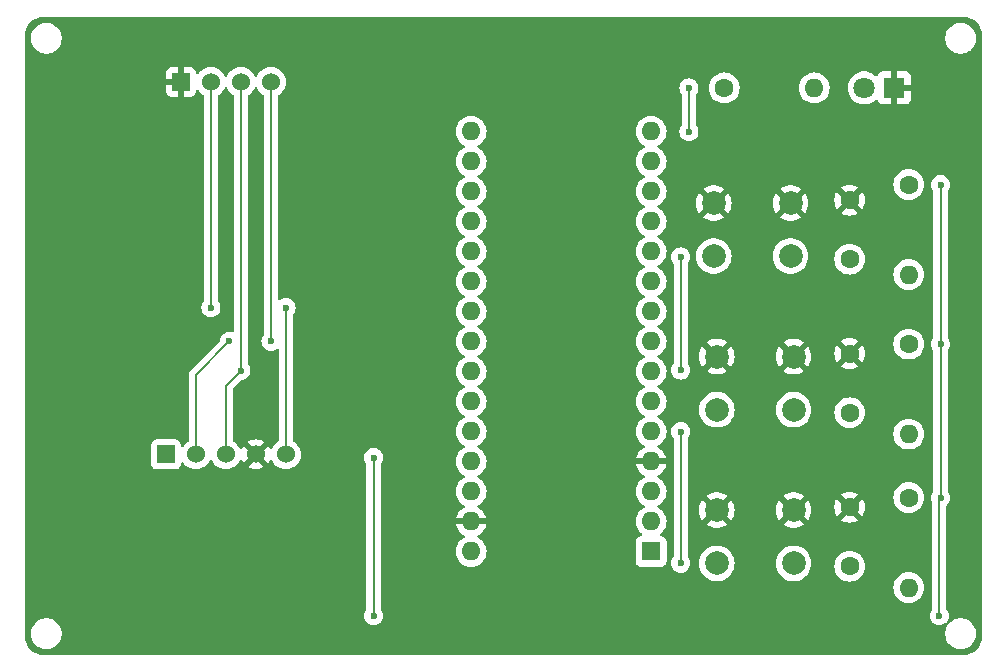
<source format=gbl>
G04 #@! TF.GenerationSoftware,KiCad,Pcbnew,8.0.7*
G04 #@! TF.CreationDate,2025-10-04T20:43:22+01:00*
G04 #@! TF.ProjectId,PulseOximeter,50756c73-654f-4786-996d-657465722e6b,rev?*
G04 #@! TF.SameCoordinates,Original*
G04 #@! TF.FileFunction,Copper,L4,Bot*
G04 #@! TF.FilePolarity,Positive*
%FSLAX46Y46*%
G04 Gerber Fmt 4.6, Leading zero omitted, Abs format (unit mm)*
G04 Created by KiCad (PCBNEW 8.0.7) date 2025-10-04 20:43:22*
%MOMM*%
%LPD*%
G01*
G04 APERTURE LIST*
G04 #@! TA.AperFunction,ComponentPad*
%ADD10R,1.524000X1.524000*%
G04 #@! TD*
G04 #@! TA.AperFunction,ComponentPad*
%ADD11C,1.524000*%
G04 #@! TD*
G04 #@! TA.AperFunction,ComponentPad*
%ADD12C,1.600000*%
G04 #@! TD*
G04 #@! TA.AperFunction,ComponentPad*
%ADD13O,1.600000X1.600000*%
G04 #@! TD*
G04 #@! TA.AperFunction,ComponentPad*
%ADD14C,2.000000*%
G04 #@! TD*
G04 #@! TA.AperFunction,ComponentPad*
%ADD15R,1.800000X1.800000*%
G04 #@! TD*
G04 #@! TA.AperFunction,ComponentPad*
%ADD16C,1.800000*%
G04 #@! TD*
G04 #@! TA.AperFunction,ComponentPad*
%ADD17R,1.600000X1.600000*%
G04 #@! TD*
G04 #@! TA.AperFunction,ViaPad*
%ADD18C,0.600000*%
G04 #@! TD*
G04 #@! TA.AperFunction,Conductor*
%ADD19C,0.200000*%
G04 #@! TD*
G04 APERTURE END LIST*
D10*
X100420000Y-110530000D03*
D11*
X102960000Y-110530000D03*
X105500000Y-110530000D03*
X108040000Y-110530000D03*
X110580000Y-110530000D03*
D12*
X163310000Y-87690000D03*
D13*
X163310000Y-95310000D03*
D14*
X147060000Y-115250000D03*
X153560000Y-115250000D03*
X147060000Y-119750000D03*
X153560000Y-119750000D03*
D12*
X163310000Y-101190000D03*
D13*
X163310000Y-108810000D03*
D12*
X158310000Y-94000000D03*
X158310000Y-89000000D03*
X158310000Y-120000000D03*
X158310000Y-115000000D03*
D14*
X146800000Y-89250000D03*
X153300000Y-89250000D03*
X146800000Y-93750000D03*
X153300000Y-93750000D03*
D12*
X147690000Y-79500000D03*
D13*
X155310000Y-79500000D03*
D12*
X158310000Y-107000000D03*
X158310000Y-102000000D03*
D10*
X101690000Y-79000000D03*
D11*
X104230000Y-79000000D03*
X106770000Y-79000000D03*
X109310000Y-79000000D03*
D15*
X162080000Y-79500000D03*
D16*
X159540000Y-79500000D03*
D14*
X147060000Y-102250000D03*
X153560000Y-102250000D03*
X147060000Y-106750000D03*
X153560000Y-106750000D03*
D17*
X141500000Y-118740000D03*
D13*
X141500000Y-116200000D03*
X141500000Y-113660000D03*
X141500000Y-111120000D03*
X141500000Y-108580000D03*
X141500000Y-106040000D03*
X141500000Y-103500000D03*
X141500000Y-100960000D03*
X141500000Y-98420000D03*
X141500000Y-95880000D03*
X141500000Y-93340000D03*
X141500000Y-90800000D03*
X141500000Y-88260000D03*
X141500000Y-85720000D03*
X141500000Y-83180000D03*
X126260000Y-83180000D03*
X126260000Y-85720000D03*
X126260000Y-88260000D03*
X126260000Y-90800000D03*
X126260000Y-93340000D03*
X126260000Y-95880000D03*
X126260000Y-98420000D03*
X126260000Y-100960000D03*
X126260000Y-103500000D03*
X126260000Y-106040000D03*
X126260000Y-108580000D03*
X126260000Y-111120000D03*
X126260000Y-113660000D03*
X126260000Y-116200000D03*
X126260000Y-118740000D03*
D12*
X163310000Y-114190000D03*
D13*
X163310000Y-121810000D03*
D18*
X166000000Y-101200000D03*
X118000000Y-110800000D03*
X118000000Y-124200000D03*
X110600000Y-98100000D03*
X166000000Y-114200000D03*
X165900000Y-124200000D03*
X166000000Y-87700000D03*
X104230000Y-98100000D03*
X106770000Y-103430000D03*
X144000000Y-103400000D03*
X144000000Y-93800000D03*
X109310000Y-100950000D03*
X105800000Y-100960000D03*
X144700000Y-79500000D03*
X144700000Y-83200000D03*
X144000000Y-108600000D03*
X144000000Y-119750000D03*
D19*
X104230000Y-98100000D02*
X104230000Y-79000000D01*
X166000000Y-101200000D02*
X166000000Y-114200000D01*
X110600000Y-110510000D02*
X110580000Y-110530000D01*
X165900000Y-114300000D02*
X165900000Y-124200000D01*
X118000000Y-124200000D02*
X118000000Y-110800000D01*
X166000000Y-87700000D02*
X166000000Y-101200000D01*
X166000000Y-114200000D02*
X165900000Y-114300000D01*
X110600000Y-98100000D02*
X110600000Y-110510000D01*
X105500000Y-104700000D02*
X106770000Y-103430000D01*
X105500000Y-110530000D02*
X105500000Y-104700000D01*
X106770000Y-103430000D02*
X106770000Y-79000000D01*
X144000000Y-103400000D02*
X144000000Y-93800000D01*
X109310000Y-100950000D02*
X109310000Y-79000000D01*
X102960000Y-103800000D02*
X102960000Y-110530000D01*
X105800000Y-100960000D02*
X102960000Y-103800000D01*
X144700000Y-83200000D02*
X144700000Y-79500000D01*
X144000000Y-108600000D02*
X144000000Y-119750000D01*
G04 #@! TA.AperFunction,Conductor*
G36*
X108107865Y-79453435D02*
G01*
X108152382Y-79504811D01*
X108212464Y-79633658D01*
X108212468Y-79633666D01*
X108339170Y-79814615D01*
X108339174Y-79814620D01*
X108495380Y-79970826D01*
X108656623Y-80083729D01*
X108700248Y-80138306D01*
X108709500Y-80185304D01*
X108709500Y-100367587D01*
X108689815Y-100434626D01*
X108682450Y-100444896D01*
X108680186Y-100447734D01*
X108584211Y-100600476D01*
X108524631Y-100770745D01*
X108524630Y-100770750D01*
X108504435Y-100949996D01*
X108504435Y-100950003D01*
X108524630Y-101129249D01*
X108524631Y-101129254D01*
X108584211Y-101299523D01*
X108634852Y-101380117D01*
X108680184Y-101452262D01*
X108807738Y-101579816D01*
X108960478Y-101675789D01*
X109073603Y-101715373D01*
X109130745Y-101735368D01*
X109130750Y-101735369D01*
X109309996Y-101755565D01*
X109310000Y-101755565D01*
X109310004Y-101755565D01*
X109489249Y-101735369D01*
X109489252Y-101735368D01*
X109489255Y-101735368D01*
X109659522Y-101675789D01*
X109809528Y-101581533D01*
X109876764Y-101562533D01*
X109943599Y-101582900D01*
X109988814Y-101636168D01*
X109999500Y-101686527D01*
X109999500Y-109330691D01*
X109979815Y-109397730D01*
X109946623Y-109432266D01*
X109765378Y-109559174D01*
X109609175Y-109715377D01*
X109482467Y-109896337D01*
X109422105Y-110025782D01*
X109375932Y-110078221D01*
X109308738Y-110097372D01*
X109241857Y-110077156D01*
X109197341Y-110025780D01*
X109137098Y-109896589D01*
X109137097Y-109896587D01*
X109091741Y-109831811D01*
X109091740Y-109831810D01*
X108421000Y-110502551D01*
X108421000Y-110479840D01*
X108395036Y-110382939D01*
X108344876Y-110296060D01*
X108273940Y-110225124D01*
X108187061Y-110174964D01*
X108090160Y-110149000D01*
X108067447Y-110149000D01*
X108738188Y-109478258D01*
X108673411Y-109432901D01*
X108673405Y-109432898D01*
X108473284Y-109339580D01*
X108473270Y-109339575D01*
X108259986Y-109282426D01*
X108259976Y-109282424D01*
X108040001Y-109263179D01*
X108039999Y-109263179D01*
X107820023Y-109282424D01*
X107820013Y-109282426D01*
X107606729Y-109339575D01*
X107606720Y-109339579D01*
X107406590Y-109432901D01*
X107341811Y-109478258D01*
X108012554Y-110149000D01*
X107989840Y-110149000D01*
X107892939Y-110174964D01*
X107806060Y-110225124D01*
X107735124Y-110296060D01*
X107684964Y-110382939D01*
X107659000Y-110479840D01*
X107659000Y-110502553D01*
X106988258Y-109831811D01*
X106942901Y-109896590D01*
X106882658Y-110025781D01*
X106836485Y-110078220D01*
X106769292Y-110097372D01*
X106702411Y-110077156D01*
X106657894Y-110025781D01*
X106640943Y-109989429D01*
X106597534Y-109896339D01*
X106523264Y-109790270D01*
X106470827Y-109715381D01*
X106404585Y-109649139D01*
X106314620Y-109559174D01*
X106314616Y-109559171D01*
X106314615Y-109559170D01*
X106153377Y-109446270D01*
X106109752Y-109391693D01*
X106100500Y-109344695D01*
X106100500Y-105000096D01*
X106120185Y-104933057D01*
X106136815Y-104912419D01*
X106788535Y-104260698D01*
X106849856Y-104227215D01*
X106862311Y-104225163D01*
X106949255Y-104215368D01*
X107119522Y-104155789D01*
X107272262Y-104059816D01*
X107399816Y-103932262D01*
X107495789Y-103779522D01*
X107555368Y-103609255D01*
X107558748Y-103579255D01*
X107575565Y-103430003D01*
X107575565Y-103429996D01*
X107555369Y-103250750D01*
X107555368Y-103250745D01*
X107544872Y-103220750D01*
X107495789Y-103080478D01*
X107494875Y-103079024D01*
X107399813Y-102927734D01*
X107397550Y-102924896D01*
X107396659Y-102922715D01*
X107396111Y-102921842D01*
X107396264Y-102921745D01*
X107371144Y-102860209D01*
X107370500Y-102847587D01*
X107370500Y-80185304D01*
X107390185Y-80118265D01*
X107423375Y-80083730D01*
X107584620Y-79970826D01*
X107740826Y-79814620D01*
X107867534Y-79633662D01*
X107927618Y-79504811D01*
X107973790Y-79452371D01*
X108040983Y-79433219D01*
X108107865Y-79453435D01*
G37*
G04 #@! TD.AperFunction*
G04 #@! TA.AperFunction,Conductor*
G36*
X168004418Y-73500816D02*
G01*
X168204561Y-73515130D01*
X168222063Y-73517647D01*
X168413797Y-73559355D01*
X168430755Y-73564334D01*
X168614609Y-73632909D01*
X168630701Y-73640259D01*
X168802904Y-73734288D01*
X168817784Y-73743849D01*
X168974867Y-73861441D01*
X168988237Y-73873027D01*
X169126972Y-74011762D01*
X169138558Y-74025132D01*
X169256146Y-74182210D01*
X169265711Y-74197095D01*
X169359740Y-74369298D01*
X169367090Y-74385390D01*
X169435662Y-74569236D01*
X169440646Y-74586212D01*
X169482351Y-74777931D01*
X169484869Y-74795442D01*
X169499184Y-74995580D01*
X169499500Y-75004427D01*
X169499500Y-125995572D01*
X169499184Y-126004419D01*
X169484869Y-126204557D01*
X169482351Y-126222068D01*
X169440646Y-126413787D01*
X169435662Y-126430763D01*
X169367090Y-126614609D01*
X169359740Y-126630701D01*
X169265711Y-126802904D01*
X169256146Y-126817789D01*
X169138558Y-126974867D01*
X169126972Y-126988237D01*
X168988237Y-127126972D01*
X168974867Y-127138558D01*
X168817789Y-127256146D01*
X168802904Y-127265711D01*
X168630701Y-127359740D01*
X168614609Y-127367090D01*
X168430763Y-127435662D01*
X168413787Y-127440646D01*
X168222068Y-127482351D01*
X168204557Y-127484869D01*
X168023779Y-127497799D01*
X168004417Y-127499184D01*
X167995572Y-127499500D01*
X90004428Y-127499500D01*
X89995582Y-127499184D01*
X89973622Y-127497613D01*
X89795442Y-127484869D01*
X89777931Y-127482351D01*
X89586212Y-127440646D01*
X89569236Y-127435662D01*
X89385390Y-127367090D01*
X89369298Y-127359740D01*
X89197095Y-127265711D01*
X89182210Y-127256146D01*
X89025132Y-127138558D01*
X89011762Y-127126972D01*
X88873027Y-126988237D01*
X88861441Y-126974867D01*
X88743849Y-126817784D01*
X88734288Y-126802904D01*
X88640259Y-126630701D01*
X88632909Y-126614609D01*
X88564334Y-126430755D01*
X88559355Y-126413797D01*
X88517647Y-126222063D01*
X88515130Y-126204556D01*
X88514748Y-126199219D01*
X88500816Y-126004418D01*
X88500500Y-125995572D01*
X88500500Y-125597648D01*
X88999500Y-125597648D01*
X88999500Y-125802351D01*
X89031522Y-126004534D01*
X89094781Y-126199223D01*
X89187715Y-126381613D01*
X89308028Y-126547213D01*
X89452786Y-126691971D01*
X89605475Y-126802904D01*
X89618390Y-126812287D01*
X89734607Y-126871503D01*
X89800776Y-126905218D01*
X89800778Y-126905218D01*
X89800781Y-126905220D01*
X89905137Y-126939127D01*
X89995465Y-126968477D01*
X90035810Y-126974867D01*
X90197648Y-127000500D01*
X90197649Y-127000500D01*
X90402351Y-127000500D01*
X90402352Y-127000500D01*
X90604534Y-126968477D01*
X90799219Y-126905220D01*
X90981610Y-126812287D01*
X91074590Y-126744732D01*
X91147213Y-126691971D01*
X91147215Y-126691968D01*
X91147219Y-126691966D01*
X91291966Y-126547219D01*
X91291968Y-126547215D01*
X91291971Y-126547213D01*
X91361472Y-126451551D01*
X91412287Y-126381610D01*
X91505220Y-126199219D01*
X91568477Y-126004534D01*
X91600500Y-125802352D01*
X91600500Y-125597648D01*
X166399500Y-125597648D01*
X166399500Y-125802351D01*
X166431522Y-126004534D01*
X166494781Y-126199223D01*
X166587715Y-126381613D01*
X166708028Y-126547213D01*
X166852786Y-126691971D01*
X167005475Y-126802904D01*
X167018390Y-126812287D01*
X167134607Y-126871503D01*
X167200776Y-126905218D01*
X167200778Y-126905218D01*
X167200781Y-126905220D01*
X167305137Y-126939127D01*
X167395465Y-126968477D01*
X167435810Y-126974867D01*
X167597648Y-127000500D01*
X167597649Y-127000500D01*
X167802351Y-127000500D01*
X167802352Y-127000500D01*
X168004534Y-126968477D01*
X168199219Y-126905220D01*
X168381610Y-126812287D01*
X168474590Y-126744732D01*
X168547213Y-126691971D01*
X168547215Y-126691968D01*
X168547219Y-126691966D01*
X168691966Y-126547219D01*
X168691968Y-126547215D01*
X168691971Y-126547213D01*
X168761472Y-126451551D01*
X168812287Y-126381610D01*
X168905220Y-126199219D01*
X168968477Y-126004534D01*
X169000500Y-125802352D01*
X169000500Y-125597648D01*
X168968477Y-125395466D01*
X168905220Y-125200781D01*
X168905218Y-125200778D01*
X168905218Y-125200776D01*
X168871503Y-125134607D01*
X168812287Y-125018390D01*
X168788296Y-124985369D01*
X168691971Y-124852786D01*
X168547213Y-124708028D01*
X168381613Y-124587715D01*
X168381612Y-124587714D01*
X168381610Y-124587713D01*
X168306656Y-124549522D01*
X168199223Y-124494781D01*
X168004534Y-124431522D01*
X167829995Y-124403878D01*
X167802352Y-124399500D01*
X167597648Y-124399500D01*
X167573329Y-124403351D01*
X167395465Y-124431522D01*
X167200776Y-124494781D01*
X167018386Y-124587715D01*
X166852788Y-124708027D01*
X166752230Y-124808585D01*
X166690907Y-124842069D01*
X166677811Y-124841132D01*
X166678717Y-124843559D01*
X166663866Y-124911832D01*
X166655352Y-124925290D01*
X166587714Y-125018387D01*
X166494781Y-125200776D01*
X166431522Y-125395465D01*
X166399500Y-125597648D01*
X91600500Y-125597648D01*
X91568477Y-125395466D01*
X91505220Y-125200781D01*
X91505218Y-125200778D01*
X91505218Y-125200776D01*
X91471503Y-125134607D01*
X91412287Y-125018390D01*
X91388296Y-124985369D01*
X91291971Y-124852786D01*
X91147213Y-124708028D01*
X90981613Y-124587715D01*
X90981612Y-124587714D01*
X90981610Y-124587713D01*
X90906656Y-124549522D01*
X90799223Y-124494781D01*
X90604534Y-124431522D01*
X90429995Y-124403878D01*
X90402352Y-124399500D01*
X90197648Y-124399500D01*
X90173329Y-124403351D01*
X89995465Y-124431522D01*
X89800776Y-124494781D01*
X89618386Y-124587715D01*
X89452786Y-124708028D01*
X89308028Y-124852786D01*
X89187715Y-125018386D01*
X89094781Y-125200776D01*
X89031522Y-125395465D01*
X88999500Y-125597648D01*
X88500500Y-125597648D01*
X88500500Y-109720135D01*
X99157500Y-109720135D01*
X99157500Y-111339870D01*
X99157501Y-111339876D01*
X99163908Y-111399483D01*
X99214202Y-111534328D01*
X99214206Y-111534335D01*
X99300452Y-111649544D01*
X99300455Y-111649547D01*
X99415664Y-111735793D01*
X99415671Y-111735797D01*
X99550517Y-111786091D01*
X99550516Y-111786091D01*
X99557444Y-111786835D01*
X99610127Y-111792500D01*
X101229872Y-111792499D01*
X101289483Y-111786091D01*
X101424331Y-111735796D01*
X101539546Y-111649546D01*
X101625796Y-111534331D01*
X101676091Y-111399483D01*
X101682500Y-111339873D01*
X101682499Y-111299920D01*
X101702182Y-111232884D01*
X101754985Y-111187128D01*
X101824143Y-111177183D01*
X101887700Y-111206206D01*
X101908073Y-111228796D01*
X101989174Y-111344620D01*
X101989175Y-111344621D01*
X102145378Y-111500824D01*
X102145384Y-111500829D01*
X102326333Y-111627531D01*
X102326335Y-111627532D01*
X102326338Y-111627534D01*
X102526550Y-111720894D01*
X102739932Y-111778070D01*
X102897123Y-111791822D01*
X102959998Y-111797323D01*
X102960000Y-111797323D01*
X102960002Y-111797323D01*
X103015151Y-111792498D01*
X103180068Y-111778070D01*
X103393450Y-111720894D01*
X103593662Y-111627534D01*
X103774620Y-111500826D01*
X103930826Y-111344620D01*
X104057534Y-111163662D01*
X104117618Y-111034811D01*
X104163790Y-110982371D01*
X104230983Y-110963219D01*
X104297865Y-110983435D01*
X104342382Y-111034811D01*
X104402464Y-111163658D01*
X104402468Y-111163666D01*
X104529170Y-111344615D01*
X104529175Y-111344621D01*
X104685378Y-111500824D01*
X104685384Y-111500829D01*
X104866333Y-111627531D01*
X104866335Y-111627532D01*
X104866338Y-111627534D01*
X105066550Y-111720894D01*
X105279932Y-111778070D01*
X105437123Y-111791822D01*
X105499998Y-111797323D01*
X105500000Y-111797323D01*
X105500002Y-111797323D01*
X105555151Y-111792498D01*
X105720068Y-111778070D01*
X105933450Y-111720894D01*
X106133662Y-111627534D01*
X106314620Y-111500826D01*
X106470826Y-111344620D01*
X106597534Y-111163662D01*
X106657894Y-111034218D01*
X106704066Y-110981779D01*
X106771259Y-110962627D01*
X106838141Y-110982843D01*
X106882658Y-111034219D01*
X106942898Y-111163405D01*
X106942901Y-111163411D01*
X106988258Y-111228187D01*
X106988258Y-111228188D01*
X107659000Y-110557446D01*
X107659000Y-110580160D01*
X107684964Y-110677061D01*
X107735124Y-110763940D01*
X107806060Y-110834876D01*
X107892939Y-110885036D01*
X107989840Y-110911000D01*
X108012553Y-110911000D01*
X107341810Y-111581740D01*
X107406590Y-111627099D01*
X107406592Y-111627100D01*
X107606715Y-111720419D01*
X107606729Y-111720424D01*
X107820013Y-111777573D01*
X107820023Y-111777575D01*
X108039999Y-111796821D01*
X108040001Y-111796821D01*
X108259976Y-111777575D01*
X108259986Y-111777573D01*
X108473270Y-111720424D01*
X108473284Y-111720419D01*
X108673407Y-111627100D01*
X108673417Y-111627094D01*
X108738188Y-111581741D01*
X108067448Y-110911000D01*
X108090160Y-110911000D01*
X108187061Y-110885036D01*
X108273940Y-110834876D01*
X108344876Y-110763940D01*
X108395036Y-110677061D01*
X108421000Y-110580160D01*
X108421000Y-110557447D01*
X109091741Y-111228188D01*
X109137094Y-111163417D01*
X109137095Y-111163416D01*
X109197340Y-111034219D01*
X109243512Y-110981780D01*
X109310706Y-110962627D01*
X109377587Y-110982842D01*
X109422105Y-111034218D01*
X109482466Y-111163662D01*
X109482468Y-111163666D01*
X109609170Y-111344615D01*
X109609175Y-111344621D01*
X109765378Y-111500824D01*
X109765384Y-111500829D01*
X109946333Y-111627531D01*
X109946335Y-111627532D01*
X109946338Y-111627534D01*
X110146550Y-111720894D01*
X110359932Y-111778070D01*
X110517123Y-111791822D01*
X110579998Y-111797323D01*
X110580000Y-111797323D01*
X110580002Y-111797323D01*
X110635151Y-111792498D01*
X110800068Y-111778070D01*
X111013450Y-111720894D01*
X111213662Y-111627534D01*
X111394620Y-111500826D01*
X111550826Y-111344620D01*
X111677534Y-111163662D01*
X111770894Y-110963450D01*
X111814692Y-110799996D01*
X117194435Y-110799996D01*
X117194435Y-110800003D01*
X117214630Y-110979249D01*
X117214631Y-110979254D01*
X117274211Y-111149523D01*
X117370185Y-111302263D01*
X117372445Y-111305097D01*
X117373334Y-111307275D01*
X117373889Y-111308158D01*
X117373734Y-111308255D01*
X117398855Y-111369783D01*
X117399500Y-111382412D01*
X117399500Y-123617587D01*
X117379815Y-123684626D01*
X117372450Y-123694896D01*
X117370186Y-123697734D01*
X117274211Y-123850476D01*
X117214631Y-124020745D01*
X117214630Y-124020750D01*
X117194435Y-124199996D01*
X117194435Y-124200003D01*
X117214630Y-124379249D01*
X117214631Y-124379254D01*
X117274211Y-124549523D01*
X117274212Y-124549524D01*
X117370184Y-124702262D01*
X117497738Y-124829816D01*
X117517239Y-124842069D01*
X117649683Y-124925290D01*
X117650478Y-124925789D01*
X117820745Y-124985368D01*
X117820750Y-124985369D01*
X117999996Y-125005565D01*
X118000000Y-125005565D01*
X118000004Y-125005565D01*
X118179249Y-124985369D01*
X118179252Y-124985368D01*
X118179255Y-124985368D01*
X118349522Y-124925789D01*
X118502262Y-124829816D01*
X118629816Y-124702262D01*
X118725789Y-124549522D01*
X118785368Y-124379255D01*
X118805565Y-124200000D01*
X118805565Y-124199996D01*
X165094435Y-124199996D01*
X165094435Y-124200003D01*
X165114630Y-124379249D01*
X165114631Y-124379254D01*
X165174211Y-124549523D01*
X165174212Y-124549524D01*
X165270184Y-124702262D01*
X165397738Y-124829816D01*
X165417239Y-124842069D01*
X165549683Y-124925290D01*
X165550478Y-124925789D01*
X165720745Y-124985368D01*
X165720750Y-124985369D01*
X165899996Y-125005565D01*
X165900000Y-125005565D01*
X165900004Y-125005565D01*
X166079249Y-124985369D01*
X166079252Y-124985368D01*
X166079255Y-124985368D01*
X166249522Y-124925789D01*
X166402262Y-124829816D01*
X166467355Y-124764722D01*
X166528674Y-124731240D01*
X166541770Y-124732176D01*
X166540865Y-124729748D01*
X166555717Y-124661476D01*
X166559546Y-124654946D01*
X166625789Y-124549522D01*
X166685368Y-124379255D01*
X166705565Y-124200000D01*
X166685368Y-124020745D01*
X166625789Y-123850478D01*
X166529816Y-123697738D01*
X166529814Y-123697736D01*
X166529813Y-123697734D01*
X166527550Y-123694896D01*
X166526659Y-123692715D01*
X166526111Y-123691842D01*
X166526264Y-123691745D01*
X166501144Y-123630209D01*
X166500500Y-123617587D01*
X166500500Y-114882940D01*
X166520185Y-114815901D01*
X166536819Y-114795259D01*
X166577684Y-114754394D01*
X166629816Y-114702262D01*
X166725789Y-114549522D01*
X166785368Y-114379255D01*
X166788944Y-114347516D01*
X166805565Y-114200003D01*
X166805565Y-114199996D01*
X166785369Y-114020750D01*
X166785368Y-114020745D01*
X166765268Y-113963302D01*
X166725789Y-113850478D01*
X166629816Y-113697738D01*
X166629814Y-113697736D01*
X166629813Y-113697734D01*
X166627550Y-113694896D01*
X166626659Y-113692715D01*
X166626111Y-113691842D01*
X166626264Y-113691745D01*
X166601144Y-113630209D01*
X166600500Y-113617587D01*
X166600500Y-101782412D01*
X166620185Y-101715373D01*
X166627555Y-101705097D01*
X166629810Y-101702267D01*
X166629816Y-101702262D01*
X166725789Y-101549522D01*
X166785368Y-101379255D01*
X166788944Y-101347516D01*
X166805565Y-101200003D01*
X166805565Y-101199996D01*
X166785369Y-101020750D01*
X166785368Y-101020745D01*
X166754343Y-100932081D01*
X166725789Y-100850478D01*
X166629816Y-100697738D01*
X166629814Y-100697736D01*
X166629813Y-100697734D01*
X166627550Y-100694896D01*
X166626659Y-100692715D01*
X166626111Y-100691842D01*
X166626264Y-100691745D01*
X166601144Y-100630209D01*
X166600500Y-100617587D01*
X166600500Y-88282412D01*
X166620185Y-88215373D01*
X166627555Y-88205097D01*
X166629810Y-88202267D01*
X166629816Y-88202262D01*
X166725789Y-88049522D01*
X166785368Y-87879255D01*
X166786426Y-87869866D01*
X166805565Y-87700003D01*
X166805565Y-87699996D01*
X166785369Y-87520750D01*
X166785368Y-87520745D01*
X166725788Y-87350476D01*
X166629815Y-87197737D01*
X166502262Y-87070184D01*
X166349523Y-86974211D01*
X166179254Y-86914631D01*
X166179249Y-86914630D01*
X166000004Y-86894435D01*
X165999996Y-86894435D01*
X165820750Y-86914630D01*
X165820745Y-86914631D01*
X165650476Y-86974211D01*
X165497737Y-87070184D01*
X165370184Y-87197737D01*
X165274211Y-87350476D01*
X165214631Y-87520745D01*
X165214630Y-87520750D01*
X165194435Y-87699996D01*
X165194435Y-87700003D01*
X165214630Y-87879249D01*
X165214631Y-87879254D01*
X165274211Y-88049523D01*
X165370185Y-88202263D01*
X165372445Y-88205097D01*
X165373334Y-88207275D01*
X165373889Y-88208158D01*
X165373734Y-88208255D01*
X165398855Y-88269783D01*
X165399500Y-88282412D01*
X165399500Y-100617587D01*
X165379815Y-100684626D01*
X165372450Y-100694896D01*
X165370186Y-100697734D01*
X165274211Y-100850476D01*
X165214631Y-101020745D01*
X165214630Y-101020750D01*
X165194435Y-101199996D01*
X165194435Y-101200003D01*
X165214630Y-101379249D01*
X165214631Y-101379254D01*
X165274211Y-101549523D01*
X165313930Y-101612734D01*
X165359833Y-101685789D01*
X165370185Y-101702263D01*
X165372445Y-101705097D01*
X165373334Y-101707275D01*
X165373889Y-101708158D01*
X165373734Y-101708255D01*
X165398855Y-101769783D01*
X165399500Y-101782412D01*
X165399500Y-113617587D01*
X165379815Y-113684626D01*
X165372450Y-113694896D01*
X165370186Y-113697734D01*
X165274211Y-113850476D01*
X165214631Y-114020745D01*
X165214630Y-114020750D01*
X165194435Y-114199996D01*
X165194435Y-114200003D01*
X165214630Y-114379249D01*
X165214631Y-114379254D01*
X165274212Y-114549525D01*
X165280492Y-114559519D01*
X165299500Y-114625493D01*
X165299500Y-123617587D01*
X165279815Y-123684626D01*
X165272450Y-123694896D01*
X165270186Y-123697734D01*
X165174211Y-123850476D01*
X165114631Y-124020745D01*
X165114630Y-124020750D01*
X165094435Y-124199996D01*
X118805565Y-124199996D01*
X118785368Y-124020745D01*
X118725789Y-123850478D01*
X118629816Y-123697738D01*
X118629814Y-123697736D01*
X118629813Y-123697734D01*
X118627550Y-123694896D01*
X118626659Y-123692715D01*
X118626111Y-123691842D01*
X118626264Y-123691745D01*
X118601144Y-123630209D01*
X118600500Y-123617587D01*
X118600500Y-121809998D01*
X162004532Y-121809998D01*
X162004532Y-121810001D01*
X162024364Y-122036686D01*
X162024366Y-122036697D01*
X162083258Y-122256488D01*
X162083261Y-122256497D01*
X162179431Y-122462732D01*
X162179432Y-122462734D01*
X162309954Y-122649141D01*
X162470858Y-122810045D01*
X162470861Y-122810047D01*
X162657266Y-122940568D01*
X162863504Y-123036739D01*
X163083308Y-123095635D01*
X163245230Y-123109801D01*
X163309998Y-123115468D01*
X163310000Y-123115468D01*
X163310002Y-123115468D01*
X163366673Y-123110509D01*
X163536692Y-123095635D01*
X163756496Y-123036739D01*
X163962734Y-122940568D01*
X164149139Y-122810047D01*
X164310047Y-122649139D01*
X164440568Y-122462734D01*
X164536739Y-122256496D01*
X164595635Y-122036692D01*
X164615468Y-121810000D01*
X164595635Y-121583308D01*
X164536739Y-121363504D01*
X164440568Y-121157266D01*
X164310047Y-120970861D01*
X164310045Y-120970858D01*
X164149141Y-120809954D01*
X163962734Y-120679432D01*
X163962732Y-120679431D01*
X163756497Y-120583261D01*
X163756488Y-120583258D01*
X163536697Y-120524366D01*
X163536693Y-120524365D01*
X163536692Y-120524365D01*
X163536691Y-120524364D01*
X163536686Y-120524364D01*
X163310002Y-120504532D01*
X163309998Y-120504532D01*
X163083313Y-120524364D01*
X163083302Y-120524366D01*
X162863511Y-120583258D01*
X162863502Y-120583261D01*
X162657267Y-120679431D01*
X162657265Y-120679432D01*
X162470858Y-120809954D01*
X162309954Y-120970858D01*
X162179432Y-121157265D01*
X162179431Y-121157267D01*
X162083261Y-121363502D01*
X162083258Y-121363511D01*
X162024366Y-121583302D01*
X162024364Y-121583313D01*
X162004532Y-121809998D01*
X118600500Y-121809998D01*
X118600500Y-111382412D01*
X118620185Y-111315373D01*
X118627555Y-111305097D01*
X118629810Y-111302267D01*
X118629816Y-111302262D01*
X118725789Y-111149522D01*
X118785368Y-110979255D01*
X118787149Y-110963450D01*
X118805565Y-110800003D01*
X118805565Y-110799996D01*
X118785369Y-110620750D01*
X118785368Y-110620745D01*
X118771167Y-110580160D01*
X118725789Y-110450478D01*
X118629816Y-110297738D01*
X118502262Y-110170184D01*
X118468548Y-110149000D01*
X118349523Y-110074211D01*
X118179254Y-110014631D01*
X118179249Y-110014630D01*
X118000004Y-109994435D01*
X117999996Y-109994435D01*
X117820750Y-110014630D01*
X117820745Y-110014631D01*
X117650476Y-110074211D01*
X117497737Y-110170184D01*
X117370184Y-110297737D01*
X117274211Y-110450476D01*
X117214631Y-110620745D01*
X117214630Y-110620750D01*
X117194435Y-110799996D01*
X111814692Y-110799996D01*
X111828070Y-110750068D01*
X111847323Y-110530000D01*
X111828070Y-110309932D01*
X111770894Y-110096550D01*
X111677534Y-109896339D01*
X111603264Y-109790270D01*
X111550827Y-109715381D01*
X111484585Y-109649139D01*
X111394620Y-109559174D01*
X111253376Y-109460274D01*
X111209752Y-109405697D01*
X111200500Y-109358699D01*
X111200500Y-98682412D01*
X111220185Y-98615373D01*
X111227555Y-98605097D01*
X111229810Y-98602267D01*
X111229816Y-98602262D01*
X111325789Y-98449522D01*
X111385368Y-98279255D01*
X111385369Y-98279249D01*
X111405565Y-98100003D01*
X111405565Y-98099996D01*
X111385369Y-97920750D01*
X111385368Y-97920745D01*
X111325789Y-97750478D01*
X111229816Y-97597738D01*
X111102262Y-97470184D01*
X111097351Y-97467098D01*
X110949523Y-97374211D01*
X110779254Y-97314631D01*
X110779249Y-97314630D01*
X110600004Y-97294435D01*
X110599996Y-97294435D01*
X110420750Y-97314630D01*
X110420745Y-97314631D01*
X110250476Y-97374211D01*
X110100472Y-97468466D01*
X110033235Y-97487466D01*
X109966400Y-97467098D01*
X109921186Y-97413830D01*
X109910500Y-97363472D01*
X109910500Y-83179998D01*
X124954532Y-83179998D01*
X124954532Y-83180001D01*
X124974364Y-83406686D01*
X124974366Y-83406697D01*
X125033258Y-83626488D01*
X125033261Y-83626497D01*
X125129431Y-83832732D01*
X125129432Y-83832734D01*
X125259954Y-84019141D01*
X125420858Y-84180045D01*
X125420861Y-84180047D01*
X125607266Y-84310568D01*
X125665275Y-84337618D01*
X125717714Y-84383791D01*
X125736866Y-84450984D01*
X125716650Y-84517865D01*
X125665275Y-84562382D01*
X125607267Y-84589431D01*
X125607265Y-84589432D01*
X125420858Y-84719954D01*
X125259954Y-84880858D01*
X125129432Y-85067265D01*
X125129431Y-85067267D01*
X125033261Y-85273502D01*
X125033258Y-85273511D01*
X124974366Y-85493302D01*
X124974364Y-85493313D01*
X124954532Y-85719998D01*
X124954532Y-85720001D01*
X124974364Y-85946686D01*
X124974366Y-85946697D01*
X125033258Y-86166488D01*
X125033261Y-86166497D01*
X125129431Y-86372732D01*
X125129432Y-86372734D01*
X125259954Y-86559141D01*
X125420858Y-86720045D01*
X125420861Y-86720047D01*
X125607266Y-86850568D01*
X125665275Y-86877618D01*
X125717714Y-86923791D01*
X125736866Y-86990984D01*
X125716650Y-87057865D01*
X125665275Y-87102382D01*
X125607267Y-87129431D01*
X125607265Y-87129432D01*
X125420858Y-87259954D01*
X125259954Y-87420858D01*
X125129432Y-87607265D01*
X125129431Y-87607267D01*
X125033261Y-87813502D01*
X125033258Y-87813511D01*
X124974366Y-88033302D01*
X124974364Y-88033313D01*
X124954532Y-88259998D01*
X124954532Y-88260001D01*
X124974364Y-88486686D01*
X124974366Y-88486697D01*
X125033258Y-88706488D01*
X125033261Y-88706497D01*
X125129431Y-88912732D01*
X125129432Y-88912734D01*
X125259954Y-89099141D01*
X125420858Y-89260045D01*
X125420861Y-89260047D01*
X125607266Y-89390568D01*
X125665275Y-89417618D01*
X125717714Y-89463791D01*
X125736866Y-89530984D01*
X125716650Y-89597865D01*
X125665275Y-89642382D01*
X125607267Y-89669431D01*
X125607265Y-89669432D01*
X125420858Y-89799954D01*
X125259954Y-89960858D01*
X125129432Y-90147265D01*
X125129431Y-90147267D01*
X125033261Y-90353502D01*
X125033258Y-90353511D01*
X124974366Y-90573302D01*
X124974364Y-90573313D01*
X124954532Y-90799998D01*
X124954532Y-90800001D01*
X124974364Y-91026686D01*
X124974366Y-91026697D01*
X125033258Y-91246488D01*
X125033261Y-91246497D01*
X125129431Y-91452732D01*
X125129432Y-91452734D01*
X125259954Y-91639141D01*
X125420858Y-91800045D01*
X125420861Y-91800047D01*
X125607266Y-91930568D01*
X125665275Y-91957618D01*
X125717714Y-92003791D01*
X125736866Y-92070984D01*
X125716650Y-92137865D01*
X125665275Y-92182382D01*
X125607267Y-92209431D01*
X125607265Y-92209432D01*
X125420858Y-92339954D01*
X125259954Y-92500858D01*
X125129432Y-92687265D01*
X125129431Y-92687267D01*
X125033261Y-92893502D01*
X125033258Y-92893511D01*
X124974366Y-93113302D01*
X124974364Y-93113313D01*
X124954532Y-93339998D01*
X124954532Y-93340001D01*
X124974364Y-93566686D01*
X124974366Y-93566697D01*
X125033258Y-93786488D01*
X125033261Y-93786497D01*
X125129431Y-93992732D01*
X125129432Y-93992734D01*
X125259954Y-94179141D01*
X125420858Y-94340045D01*
X125420861Y-94340047D01*
X125607266Y-94470568D01*
X125665275Y-94497618D01*
X125717714Y-94543791D01*
X125736866Y-94610984D01*
X125716650Y-94677865D01*
X125665275Y-94722382D01*
X125607267Y-94749431D01*
X125607265Y-94749432D01*
X125420858Y-94879954D01*
X125259954Y-95040858D01*
X125129432Y-95227265D01*
X125129431Y-95227267D01*
X125033261Y-95433502D01*
X125033258Y-95433511D01*
X124974366Y-95653302D01*
X124974364Y-95653313D01*
X124954532Y-95879998D01*
X124954532Y-95880001D01*
X124974364Y-96106686D01*
X124974366Y-96106697D01*
X125033258Y-96326488D01*
X125033261Y-96326497D01*
X125129431Y-96532732D01*
X125129432Y-96532734D01*
X125259954Y-96719141D01*
X125420858Y-96880045D01*
X125420861Y-96880047D01*
X125607266Y-97010568D01*
X125665275Y-97037618D01*
X125717714Y-97083791D01*
X125736866Y-97150984D01*
X125716650Y-97217865D01*
X125665275Y-97262382D01*
X125607267Y-97289431D01*
X125607265Y-97289432D01*
X125420858Y-97419954D01*
X125259954Y-97580858D01*
X125129432Y-97767265D01*
X125129431Y-97767267D01*
X125033261Y-97973502D01*
X125033258Y-97973511D01*
X124974366Y-98193302D01*
X124974364Y-98193313D01*
X124954532Y-98419998D01*
X124954532Y-98420001D01*
X124974364Y-98646686D01*
X124974366Y-98646697D01*
X125033258Y-98866488D01*
X125033261Y-98866497D01*
X125129431Y-99072732D01*
X125129432Y-99072734D01*
X125259954Y-99259141D01*
X125420858Y-99420045D01*
X125420861Y-99420047D01*
X125607266Y-99550568D01*
X125665275Y-99577618D01*
X125717714Y-99623791D01*
X125736866Y-99690984D01*
X125716650Y-99757865D01*
X125665275Y-99802382D01*
X125607267Y-99829431D01*
X125607265Y-99829432D01*
X125420858Y-99959954D01*
X125259954Y-100120858D01*
X125129432Y-100307265D01*
X125129431Y-100307267D01*
X125033261Y-100513502D01*
X125033258Y-100513511D01*
X124974366Y-100733302D01*
X124974364Y-100733313D01*
X124954532Y-100959998D01*
X124954532Y-100960001D01*
X124974364Y-101186686D01*
X124974366Y-101186697D01*
X125033258Y-101406488D01*
X125033261Y-101406497D01*
X125129431Y-101612732D01*
X125129432Y-101612734D01*
X125259954Y-101799141D01*
X125420858Y-101960045D01*
X125420861Y-101960047D01*
X125607266Y-102090568D01*
X125665275Y-102117618D01*
X125717714Y-102163791D01*
X125736866Y-102230984D01*
X125716650Y-102297865D01*
X125665275Y-102342382D01*
X125607267Y-102369431D01*
X125607265Y-102369432D01*
X125420858Y-102499954D01*
X125259954Y-102660858D01*
X125129432Y-102847265D01*
X125129431Y-102847267D01*
X125033261Y-103053502D01*
X125033258Y-103053511D01*
X124974366Y-103273302D01*
X124974364Y-103273313D01*
X124954532Y-103499998D01*
X124954532Y-103499999D01*
X124974364Y-103726686D01*
X124974366Y-103726697D01*
X125033258Y-103946488D01*
X125033261Y-103946497D01*
X125129431Y-104152732D01*
X125129432Y-104152734D01*
X125259954Y-104339141D01*
X125420858Y-104500045D01*
X125420861Y-104500047D01*
X125607266Y-104630568D01*
X125665275Y-104657618D01*
X125717714Y-104703791D01*
X125736866Y-104770984D01*
X125716650Y-104837865D01*
X125665275Y-104882382D01*
X125607267Y-104909431D01*
X125607265Y-104909432D01*
X125420858Y-105039954D01*
X125259954Y-105200858D01*
X125129432Y-105387265D01*
X125129431Y-105387267D01*
X125033261Y-105593502D01*
X125033258Y-105593511D01*
X124974366Y-105813302D01*
X124974364Y-105813313D01*
X124954532Y-106039998D01*
X124954532Y-106040001D01*
X124974364Y-106266686D01*
X124974366Y-106266697D01*
X125033258Y-106486488D01*
X125033261Y-106486497D01*
X125129431Y-106692732D01*
X125129432Y-106692734D01*
X125259954Y-106879141D01*
X125420858Y-107040045D01*
X125420861Y-107040047D01*
X125607266Y-107170568D01*
X125665275Y-107197618D01*
X125717714Y-107243791D01*
X125736866Y-107310984D01*
X125716650Y-107377865D01*
X125665275Y-107422382D01*
X125607267Y-107449431D01*
X125607265Y-107449432D01*
X125420858Y-107579954D01*
X125259954Y-107740858D01*
X125129432Y-107927265D01*
X125129431Y-107927267D01*
X125033261Y-108133502D01*
X125033258Y-108133511D01*
X124974366Y-108353302D01*
X124974364Y-108353313D01*
X124954532Y-108579998D01*
X124954532Y-108580001D01*
X124974364Y-108806686D01*
X124974366Y-108806697D01*
X125033258Y-109026488D01*
X125033261Y-109026497D01*
X125129431Y-109232732D01*
X125129432Y-109232734D01*
X125259954Y-109419141D01*
X125420858Y-109580045D01*
X125420861Y-109580047D01*
X125607266Y-109710568D01*
X125665275Y-109737618D01*
X125717714Y-109783791D01*
X125736866Y-109850984D01*
X125716650Y-109917865D01*
X125665275Y-109962382D01*
X125607267Y-109989431D01*
X125607265Y-109989432D01*
X125420858Y-110119954D01*
X125259954Y-110280858D01*
X125129432Y-110467265D01*
X125129431Y-110467267D01*
X125033261Y-110673502D01*
X125033258Y-110673511D01*
X124974366Y-110893302D01*
X124974364Y-110893313D01*
X124954532Y-111119998D01*
X124954532Y-111120001D01*
X124974364Y-111346686D01*
X124974366Y-111346697D01*
X125033258Y-111566488D01*
X125033261Y-111566497D01*
X125129431Y-111772732D01*
X125129432Y-111772734D01*
X125259954Y-111959141D01*
X125420858Y-112120045D01*
X125420861Y-112120047D01*
X125607266Y-112250568D01*
X125664681Y-112277341D01*
X125665275Y-112277618D01*
X125717714Y-112323791D01*
X125736866Y-112390984D01*
X125716650Y-112457865D01*
X125665275Y-112502382D01*
X125607267Y-112529431D01*
X125607265Y-112529432D01*
X125420858Y-112659954D01*
X125259954Y-112820858D01*
X125129432Y-113007265D01*
X125129431Y-113007267D01*
X125033261Y-113213502D01*
X125033258Y-113213511D01*
X124974366Y-113433302D01*
X124974364Y-113433313D01*
X124954532Y-113659998D01*
X124954532Y-113660001D01*
X124974364Y-113886686D01*
X124974366Y-113886697D01*
X125033258Y-114106488D01*
X125033261Y-114106497D01*
X125129431Y-114312732D01*
X125129432Y-114312734D01*
X125259954Y-114499141D01*
X125420858Y-114660045D01*
X125420861Y-114660047D01*
X125607266Y-114790568D01*
X125665865Y-114817893D01*
X125718305Y-114864065D01*
X125737457Y-114931258D01*
X125717242Y-114998139D01*
X125665867Y-115042657D01*
X125607515Y-115069867D01*
X125421179Y-115200342D01*
X125260342Y-115361179D01*
X125129865Y-115547517D01*
X125033734Y-115753673D01*
X125033730Y-115753682D01*
X124981127Y-115949999D01*
X124981128Y-115950000D01*
X125826988Y-115950000D01*
X125794075Y-116007007D01*
X125760000Y-116134174D01*
X125760000Y-116265826D01*
X125794075Y-116392993D01*
X125826988Y-116450000D01*
X124981128Y-116450000D01*
X125033730Y-116646317D01*
X125033734Y-116646326D01*
X125129865Y-116852482D01*
X125260342Y-117038820D01*
X125421179Y-117199657D01*
X125607518Y-117330134D01*
X125607520Y-117330135D01*
X125665865Y-117357342D01*
X125718305Y-117403514D01*
X125737457Y-117470707D01*
X125717242Y-117537589D01*
X125665867Y-117582105D01*
X125607268Y-117609431D01*
X125607264Y-117609433D01*
X125420858Y-117739954D01*
X125259954Y-117900858D01*
X125129432Y-118087265D01*
X125129431Y-118087267D01*
X125033261Y-118293502D01*
X125033258Y-118293511D01*
X124974366Y-118513302D01*
X124974364Y-118513313D01*
X124954532Y-118739998D01*
X124954532Y-118740001D01*
X124974364Y-118966686D01*
X124974366Y-118966697D01*
X125033258Y-119186488D01*
X125033261Y-119186497D01*
X125129431Y-119392732D01*
X125129432Y-119392734D01*
X125259954Y-119579141D01*
X125420858Y-119740045D01*
X125420861Y-119740047D01*
X125607266Y-119870568D01*
X125813504Y-119966739D01*
X126033308Y-120025635D01*
X126195230Y-120039801D01*
X126259998Y-120045468D01*
X126260000Y-120045468D01*
X126260002Y-120045468D01*
X126316807Y-120040498D01*
X126486692Y-120025635D01*
X126706496Y-119966739D01*
X126912734Y-119870568D01*
X127099139Y-119740047D01*
X127260047Y-119579139D01*
X127390568Y-119392734D01*
X127486739Y-119186496D01*
X127545635Y-118966692D01*
X127565468Y-118740000D01*
X127545635Y-118513308D01*
X127486739Y-118293504D01*
X127390568Y-118087266D01*
X127260047Y-117900861D01*
X127260045Y-117900858D01*
X127099141Y-117739954D01*
X126912734Y-117609432D01*
X126912732Y-117609431D01*
X126901275Y-117604088D01*
X126854132Y-117582105D01*
X126801694Y-117535934D01*
X126782542Y-117468740D01*
X126802758Y-117401859D01*
X126854134Y-117357341D01*
X126912484Y-117330132D01*
X127098820Y-117199657D01*
X127259657Y-117038820D01*
X127390134Y-116852482D01*
X127486265Y-116646326D01*
X127486269Y-116646317D01*
X127538872Y-116450000D01*
X126693012Y-116450000D01*
X126725925Y-116392993D01*
X126760000Y-116265826D01*
X126760000Y-116134174D01*
X126725925Y-116007007D01*
X126693012Y-115950000D01*
X127538872Y-115950000D01*
X127538872Y-115949999D01*
X127486269Y-115753682D01*
X127486265Y-115753673D01*
X127390134Y-115547517D01*
X127259657Y-115361179D01*
X127098820Y-115200342D01*
X126912482Y-115069865D01*
X126854133Y-115042657D01*
X126801694Y-114996484D01*
X126782542Y-114929291D01*
X126802758Y-114862410D01*
X126854129Y-114817895D01*
X126912734Y-114790568D01*
X127099139Y-114660047D01*
X127260047Y-114499139D01*
X127390568Y-114312734D01*
X127486739Y-114106496D01*
X127545635Y-113886692D01*
X127565468Y-113660000D01*
X127545635Y-113433308D01*
X127486739Y-113213504D01*
X127390568Y-113007266D01*
X127260047Y-112820861D01*
X127260045Y-112820858D01*
X127099141Y-112659954D01*
X126912734Y-112529432D01*
X126912728Y-112529429D01*
X126854725Y-112502382D01*
X126802285Y-112456210D01*
X126783133Y-112389017D01*
X126803348Y-112322135D01*
X126854725Y-112277618D01*
X126855319Y-112277341D01*
X126912734Y-112250568D01*
X127099139Y-112120047D01*
X127260047Y-111959139D01*
X127390568Y-111772734D01*
X127486739Y-111566496D01*
X127545635Y-111346692D01*
X127565468Y-111120000D01*
X127545635Y-110893308D01*
X127486739Y-110673504D01*
X127390568Y-110467266D01*
X127260047Y-110280861D01*
X127260045Y-110280858D01*
X127099141Y-110119954D01*
X126912734Y-109989432D01*
X126912728Y-109989429D01*
X126854725Y-109962382D01*
X126802285Y-109916210D01*
X126783133Y-109849017D01*
X126803348Y-109782135D01*
X126854725Y-109737618D01*
X126912734Y-109710568D01*
X127099139Y-109580047D01*
X127260047Y-109419139D01*
X127390568Y-109232734D01*
X127486739Y-109026496D01*
X127545635Y-108806692D01*
X127565468Y-108580000D01*
X127545635Y-108353308D01*
X127486739Y-108133504D01*
X127390568Y-107927266D01*
X127260047Y-107740861D01*
X127260045Y-107740858D01*
X127099141Y-107579954D01*
X126912734Y-107449432D01*
X126912728Y-107449429D01*
X126854725Y-107422382D01*
X126802285Y-107376210D01*
X126783133Y-107309017D01*
X126803348Y-107242135D01*
X126854725Y-107197618D01*
X126912734Y-107170568D01*
X127099139Y-107040047D01*
X127260047Y-106879139D01*
X127390568Y-106692734D01*
X127486739Y-106486496D01*
X127545635Y-106266692D01*
X127565468Y-106040000D01*
X127545635Y-105813308D01*
X127486739Y-105593504D01*
X127390568Y-105387266D01*
X127260047Y-105200861D01*
X127260045Y-105200858D01*
X127099141Y-105039954D01*
X126912734Y-104909432D01*
X126912728Y-104909429D01*
X126854725Y-104882382D01*
X126802285Y-104836210D01*
X126783133Y-104769017D01*
X126803348Y-104702135D01*
X126854725Y-104657618D01*
X126912734Y-104630568D01*
X127099139Y-104500047D01*
X127260047Y-104339139D01*
X127390568Y-104152734D01*
X127486739Y-103946496D01*
X127545635Y-103726692D01*
X127565468Y-103500000D01*
X127545635Y-103273308D01*
X127486739Y-103053504D01*
X127390568Y-102847266D01*
X127260047Y-102660861D01*
X127260045Y-102660858D01*
X127099141Y-102499954D01*
X126912734Y-102369432D01*
X126912728Y-102369429D01*
X126854725Y-102342382D01*
X126802285Y-102296210D01*
X126783133Y-102229017D01*
X126803348Y-102162135D01*
X126854725Y-102117618D01*
X126912734Y-102090568D01*
X127099139Y-101960047D01*
X127260047Y-101799139D01*
X127390568Y-101612734D01*
X127486739Y-101406496D01*
X127545635Y-101186692D01*
X127565468Y-100960000D01*
X127564593Y-100950003D01*
X127550675Y-100790916D01*
X127545635Y-100733308D01*
X127486739Y-100513504D01*
X127390568Y-100307266D01*
X127283556Y-100154435D01*
X127260045Y-100120858D01*
X127099141Y-99959954D01*
X126912734Y-99829432D01*
X126912728Y-99829429D01*
X126854725Y-99802382D01*
X126802285Y-99756210D01*
X126783133Y-99689017D01*
X126803348Y-99622135D01*
X126854725Y-99577618D01*
X126912734Y-99550568D01*
X127099139Y-99420047D01*
X127260047Y-99259139D01*
X127390568Y-99072734D01*
X127486739Y-98866496D01*
X127545635Y-98646692D01*
X127565468Y-98420000D01*
X127545635Y-98193308D01*
X127486739Y-97973504D01*
X127390568Y-97767266D01*
X127271864Y-97597737D01*
X127260045Y-97580858D01*
X127099141Y-97419954D01*
X126912734Y-97289432D01*
X126912728Y-97289429D01*
X126854725Y-97262382D01*
X126802285Y-97216210D01*
X126783133Y-97149017D01*
X126803348Y-97082135D01*
X126854725Y-97037618D01*
X126912734Y-97010568D01*
X127099139Y-96880047D01*
X127260047Y-96719139D01*
X127390568Y-96532734D01*
X127486739Y-96326496D01*
X127545635Y-96106692D01*
X127565468Y-95880000D01*
X127545635Y-95653308D01*
X127486739Y-95433504D01*
X127390568Y-95227266D01*
X127260047Y-95040861D01*
X127260045Y-95040858D01*
X127099141Y-94879954D01*
X126912734Y-94749432D01*
X126912728Y-94749429D01*
X126854725Y-94722382D01*
X126802285Y-94676210D01*
X126783133Y-94609017D01*
X126803348Y-94542135D01*
X126854725Y-94497618D01*
X126912734Y-94470568D01*
X127099139Y-94340047D01*
X127260047Y-94179139D01*
X127390568Y-93992734D01*
X127486739Y-93786496D01*
X127545635Y-93566692D01*
X127565468Y-93340000D01*
X127561770Y-93297737D01*
X127545635Y-93113313D01*
X127545635Y-93113308D01*
X127486739Y-92893504D01*
X127390568Y-92687266D01*
X127260047Y-92500861D01*
X127260045Y-92500858D01*
X127099141Y-92339954D01*
X126912734Y-92209432D01*
X126912728Y-92209429D01*
X126854725Y-92182382D01*
X126802285Y-92136210D01*
X126783133Y-92069017D01*
X126803348Y-92002135D01*
X126854725Y-91957618D01*
X126912734Y-91930568D01*
X127099139Y-91800047D01*
X127260047Y-91639139D01*
X127390568Y-91452734D01*
X127486739Y-91246496D01*
X127545635Y-91026692D01*
X127565468Y-90800000D01*
X127545635Y-90573308D01*
X127486739Y-90353504D01*
X127390568Y-90147266D01*
X127260047Y-89960861D01*
X127260045Y-89960858D01*
X127099141Y-89799954D01*
X126912734Y-89669432D01*
X126912728Y-89669429D01*
X126854725Y-89642382D01*
X126802285Y-89596210D01*
X126783133Y-89529017D01*
X126803348Y-89462135D01*
X126854725Y-89417618D01*
X126912734Y-89390568D01*
X127099139Y-89260047D01*
X127260047Y-89099139D01*
X127390568Y-88912734D01*
X127486739Y-88706496D01*
X127545635Y-88486692D01*
X127565468Y-88260000D01*
X127545635Y-88033308D01*
X127486739Y-87813504D01*
X127390568Y-87607266D01*
X127260047Y-87420861D01*
X127260045Y-87420858D01*
X127099141Y-87259954D01*
X126912734Y-87129432D01*
X126912728Y-87129429D01*
X126854725Y-87102382D01*
X126802285Y-87056210D01*
X126783133Y-86989017D01*
X126803348Y-86922135D01*
X126854725Y-86877618D01*
X126912734Y-86850568D01*
X127099139Y-86720047D01*
X127260047Y-86559139D01*
X127390568Y-86372734D01*
X127486739Y-86166496D01*
X127545635Y-85946692D01*
X127565468Y-85720000D01*
X127545635Y-85493308D01*
X127486739Y-85273504D01*
X127390568Y-85067266D01*
X127260047Y-84880861D01*
X127260045Y-84880858D01*
X127099141Y-84719954D01*
X126912734Y-84589432D01*
X126912728Y-84589429D01*
X126854725Y-84562382D01*
X126802285Y-84516210D01*
X126783133Y-84449017D01*
X126803348Y-84382135D01*
X126854725Y-84337618D01*
X126912734Y-84310568D01*
X127099139Y-84180047D01*
X127260047Y-84019139D01*
X127390568Y-83832734D01*
X127486739Y-83626496D01*
X127545635Y-83406692D01*
X127565468Y-83180000D01*
X127565468Y-83179998D01*
X140194532Y-83179998D01*
X140194532Y-83180001D01*
X140214364Y-83406686D01*
X140214366Y-83406697D01*
X140273258Y-83626488D01*
X140273261Y-83626497D01*
X140369431Y-83832732D01*
X140369432Y-83832734D01*
X140499954Y-84019141D01*
X140660858Y-84180045D01*
X140660861Y-84180047D01*
X140847266Y-84310568D01*
X140905275Y-84337618D01*
X140957714Y-84383791D01*
X140976866Y-84450984D01*
X140956650Y-84517865D01*
X140905275Y-84562382D01*
X140847267Y-84589431D01*
X140847265Y-84589432D01*
X140660858Y-84719954D01*
X140499954Y-84880858D01*
X140369432Y-85067265D01*
X140369431Y-85067267D01*
X140273261Y-85273502D01*
X140273258Y-85273511D01*
X140214366Y-85493302D01*
X140214364Y-85493313D01*
X140194532Y-85719998D01*
X140194532Y-85720001D01*
X140214364Y-85946686D01*
X140214366Y-85946697D01*
X140273258Y-86166488D01*
X140273261Y-86166497D01*
X140369431Y-86372732D01*
X140369432Y-86372734D01*
X140499954Y-86559141D01*
X140660858Y-86720045D01*
X140660861Y-86720047D01*
X140847266Y-86850568D01*
X140905275Y-86877618D01*
X140957714Y-86923791D01*
X140976866Y-86990984D01*
X140956650Y-87057865D01*
X140905275Y-87102382D01*
X140847267Y-87129431D01*
X140847265Y-87129432D01*
X140660858Y-87259954D01*
X140499954Y-87420858D01*
X140369432Y-87607265D01*
X140369431Y-87607267D01*
X140273261Y-87813502D01*
X140273258Y-87813511D01*
X140214366Y-88033302D01*
X140214364Y-88033313D01*
X140194532Y-88259998D01*
X140194532Y-88260001D01*
X140214364Y-88486686D01*
X140214366Y-88486697D01*
X140273258Y-88706488D01*
X140273261Y-88706497D01*
X140369431Y-88912732D01*
X140369432Y-88912734D01*
X140499954Y-89099141D01*
X140660858Y-89260045D01*
X140660861Y-89260047D01*
X140847266Y-89390568D01*
X140905275Y-89417618D01*
X140957714Y-89463791D01*
X140976866Y-89530984D01*
X140956650Y-89597865D01*
X140905275Y-89642382D01*
X140847267Y-89669431D01*
X140847265Y-89669432D01*
X140660858Y-89799954D01*
X140499954Y-89960858D01*
X140369432Y-90147265D01*
X140369431Y-90147267D01*
X140273261Y-90353502D01*
X140273258Y-90353511D01*
X140214366Y-90573302D01*
X140214364Y-90573313D01*
X140194532Y-90799998D01*
X140194532Y-90800001D01*
X140214364Y-91026686D01*
X140214366Y-91026697D01*
X140273258Y-91246488D01*
X140273261Y-91246497D01*
X140369431Y-91452732D01*
X140369432Y-91452734D01*
X140499954Y-91639141D01*
X140660858Y-91800045D01*
X140660861Y-91800047D01*
X140847266Y-91930568D01*
X140905275Y-91957618D01*
X140957714Y-92003791D01*
X140976866Y-92070984D01*
X140956650Y-92137865D01*
X140905275Y-92182382D01*
X140847267Y-92209431D01*
X140847265Y-92209432D01*
X140660858Y-92339954D01*
X140499954Y-92500858D01*
X140369432Y-92687265D01*
X140369431Y-92687267D01*
X140273261Y-92893502D01*
X140273258Y-92893511D01*
X140214366Y-93113302D01*
X140214364Y-93113313D01*
X140194532Y-93339998D01*
X140194532Y-93340001D01*
X140214364Y-93566686D01*
X140214366Y-93566697D01*
X140273258Y-93786488D01*
X140273261Y-93786497D01*
X140369431Y-93992732D01*
X140369432Y-93992734D01*
X140499954Y-94179141D01*
X140660858Y-94340045D01*
X140660861Y-94340047D01*
X140847266Y-94470568D01*
X140905275Y-94497618D01*
X140957714Y-94543791D01*
X140976866Y-94610984D01*
X140956650Y-94677865D01*
X140905275Y-94722382D01*
X140847267Y-94749431D01*
X140847265Y-94749432D01*
X140660858Y-94879954D01*
X140499954Y-95040858D01*
X140369432Y-95227265D01*
X140369431Y-95227267D01*
X140273261Y-95433502D01*
X140273258Y-95433511D01*
X140214366Y-95653302D01*
X140214364Y-95653313D01*
X140194532Y-95879998D01*
X140194532Y-95880001D01*
X140214364Y-96106686D01*
X140214366Y-96106697D01*
X140273258Y-96326488D01*
X140273261Y-96326497D01*
X140369431Y-96532732D01*
X140369432Y-96532734D01*
X140499954Y-96719141D01*
X140660858Y-96880045D01*
X140660861Y-96880047D01*
X140847266Y-97010568D01*
X140905275Y-97037618D01*
X140957714Y-97083791D01*
X140976866Y-97150984D01*
X140956650Y-97217865D01*
X140905275Y-97262382D01*
X140847267Y-97289431D01*
X140847265Y-97289432D01*
X140660858Y-97419954D01*
X140499954Y-97580858D01*
X140369432Y-97767265D01*
X140369431Y-97767267D01*
X140273261Y-97973502D01*
X140273258Y-97973511D01*
X140214366Y-98193302D01*
X140214364Y-98193313D01*
X140194532Y-98419998D01*
X140194532Y-98420001D01*
X140214364Y-98646686D01*
X140214366Y-98646697D01*
X140273258Y-98866488D01*
X140273261Y-98866497D01*
X140369431Y-99072732D01*
X140369432Y-99072734D01*
X140499954Y-99259141D01*
X140660858Y-99420045D01*
X140660861Y-99420047D01*
X140847266Y-99550568D01*
X140905275Y-99577618D01*
X140957714Y-99623791D01*
X140976866Y-99690984D01*
X140956650Y-99757865D01*
X140905275Y-99802382D01*
X140847267Y-99829431D01*
X140847265Y-99829432D01*
X140660858Y-99959954D01*
X140499954Y-100120858D01*
X140369432Y-100307265D01*
X140369431Y-100307267D01*
X140273261Y-100513502D01*
X140273258Y-100513511D01*
X140214366Y-100733302D01*
X140214364Y-100733313D01*
X140194532Y-100959998D01*
X140194532Y-100960001D01*
X140214364Y-101186686D01*
X140214366Y-101186697D01*
X140273258Y-101406488D01*
X140273261Y-101406497D01*
X140369431Y-101612732D01*
X140369432Y-101612734D01*
X140499954Y-101799141D01*
X140660858Y-101960045D01*
X140660861Y-101960047D01*
X140847266Y-102090568D01*
X140905275Y-102117618D01*
X140957714Y-102163791D01*
X140976866Y-102230984D01*
X140956650Y-102297865D01*
X140905275Y-102342382D01*
X140847267Y-102369431D01*
X140847265Y-102369432D01*
X140660858Y-102499954D01*
X140499954Y-102660858D01*
X140369432Y-102847265D01*
X140369431Y-102847267D01*
X140273261Y-103053502D01*
X140273258Y-103053511D01*
X140214366Y-103273302D01*
X140214364Y-103273313D01*
X140194532Y-103499998D01*
X140194532Y-103499999D01*
X140214364Y-103726686D01*
X140214366Y-103726697D01*
X140273258Y-103946488D01*
X140273261Y-103946497D01*
X140369431Y-104152732D01*
X140369432Y-104152734D01*
X140499954Y-104339141D01*
X140660858Y-104500045D01*
X140660861Y-104500047D01*
X140847266Y-104630568D01*
X140905275Y-104657618D01*
X140957714Y-104703791D01*
X140976866Y-104770984D01*
X140956650Y-104837865D01*
X140905275Y-104882382D01*
X140847267Y-104909431D01*
X140847265Y-104909432D01*
X140660858Y-105039954D01*
X140499954Y-105200858D01*
X140369432Y-105387265D01*
X140369431Y-105387267D01*
X140273261Y-105593502D01*
X140273258Y-105593511D01*
X140214366Y-105813302D01*
X140214364Y-105813313D01*
X140194532Y-106039998D01*
X140194532Y-106040001D01*
X140214364Y-106266686D01*
X140214366Y-106266697D01*
X140273258Y-106486488D01*
X140273261Y-106486497D01*
X140369431Y-106692732D01*
X140369432Y-106692734D01*
X140499954Y-106879141D01*
X140660858Y-107040045D01*
X140660861Y-107040047D01*
X140847266Y-107170568D01*
X140905275Y-107197618D01*
X140957714Y-107243791D01*
X140976866Y-107310984D01*
X140956650Y-107377865D01*
X140905275Y-107422382D01*
X140847267Y-107449431D01*
X140847265Y-107449432D01*
X140660858Y-107579954D01*
X140499954Y-107740858D01*
X140369432Y-107927265D01*
X140369431Y-107927267D01*
X140273261Y-108133502D01*
X140273258Y-108133511D01*
X140214366Y-108353302D01*
X140214364Y-108353313D01*
X140194532Y-108579998D01*
X140194532Y-108580001D01*
X140214364Y-108806686D01*
X140214366Y-108806697D01*
X140273258Y-109026488D01*
X140273261Y-109026497D01*
X140369431Y-109232732D01*
X140369432Y-109232734D01*
X140499954Y-109419141D01*
X140660858Y-109580045D01*
X140660861Y-109580047D01*
X140847266Y-109710568D01*
X140905865Y-109737893D01*
X140958305Y-109784065D01*
X140977457Y-109851258D01*
X140957242Y-109918139D01*
X140905867Y-109962657D01*
X140847515Y-109989867D01*
X140661179Y-110120342D01*
X140500342Y-110281179D01*
X140369865Y-110467517D01*
X140273734Y-110673673D01*
X140273730Y-110673682D01*
X140221127Y-110869999D01*
X140221128Y-110870000D01*
X141066988Y-110870000D01*
X141034075Y-110927007D01*
X141000000Y-111054174D01*
X141000000Y-111185826D01*
X141034075Y-111312993D01*
X141066988Y-111370000D01*
X140221128Y-111370000D01*
X140273730Y-111566317D01*
X140273734Y-111566326D01*
X140369865Y-111772482D01*
X140500342Y-111958820D01*
X140661179Y-112119657D01*
X140847518Y-112250134D01*
X140847520Y-112250135D01*
X140905865Y-112277342D01*
X140958305Y-112323514D01*
X140977457Y-112390707D01*
X140957242Y-112457589D01*
X140905867Y-112502105D01*
X140847268Y-112529431D01*
X140847264Y-112529433D01*
X140660858Y-112659954D01*
X140499954Y-112820858D01*
X140369432Y-113007265D01*
X140369431Y-113007267D01*
X140273261Y-113213502D01*
X140273258Y-113213511D01*
X140214366Y-113433302D01*
X140214364Y-113433313D01*
X140194532Y-113659998D01*
X140194532Y-113660001D01*
X140214364Y-113886686D01*
X140214366Y-113886697D01*
X140273258Y-114106488D01*
X140273261Y-114106497D01*
X140369431Y-114312732D01*
X140369432Y-114312734D01*
X140499954Y-114499141D01*
X140660858Y-114660045D01*
X140660861Y-114660047D01*
X140847266Y-114790568D01*
X140905275Y-114817618D01*
X140957714Y-114863791D01*
X140976866Y-114930984D01*
X140956650Y-114997865D01*
X140905275Y-115042382D01*
X140847267Y-115069431D01*
X140847265Y-115069432D01*
X140660858Y-115199954D01*
X140499954Y-115360858D01*
X140369432Y-115547265D01*
X140369431Y-115547267D01*
X140273261Y-115753502D01*
X140273258Y-115753511D01*
X140214366Y-115973302D01*
X140214364Y-115973313D01*
X140194532Y-116199998D01*
X140194532Y-116200001D01*
X140214364Y-116426686D01*
X140214366Y-116426697D01*
X140273258Y-116646488D01*
X140273261Y-116646497D01*
X140369431Y-116852732D01*
X140369432Y-116852734D01*
X140499954Y-117039141D01*
X140660858Y-117200045D01*
X140685462Y-117217273D01*
X140729087Y-117271849D01*
X140736281Y-117341348D01*
X140704758Y-117403703D01*
X140644529Y-117439117D01*
X140627593Y-117442138D01*
X140592516Y-117445908D01*
X140457671Y-117496202D01*
X140457664Y-117496206D01*
X140342455Y-117582452D01*
X140342452Y-117582455D01*
X140256206Y-117697664D01*
X140256202Y-117697671D01*
X140205908Y-117832517D01*
X140199501Y-117892116D01*
X140199501Y-117892123D01*
X140199500Y-117892135D01*
X140199500Y-119587870D01*
X140199501Y-119587876D01*
X140205908Y-119647483D01*
X140256202Y-119782328D01*
X140256206Y-119782335D01*
X140342452Y-119897544D01*
X140342455Y-119897547D01*
X140457664Y-119983793D01*
X140457671Y-119983797D01*
X140592517Y-120034091D01*
X140592516Y-120034091D01*
X140599444Y-120034835D01*
X140652127Y-120040500D01*
X142347872Y-120040499D01*
X142407483Y-120034091D01*
X142542331Y-119983796D01*
X142657546Y-119897546D01*
X142743796Y-119782331D01*
X142794091Y-119647483D01*
X142800500Y-119587873D01*
X142800499Y-117892128D01*
X142794091Y-117832517D01*
X142759567Y-117739954D01*
X142743797Y-117697671D01*
X142743793Y-117697664D01*
X142657547Y-117582455D01*
X142657544Y-117582452D01*
X142542335Y-117496206D01*
X142542328Y-117496202D01*
X142407482Y-117445908D01*
X142407483Y-117445908D01*
X142372404Y-117442137D01*
X142307853Y-117415399D01*
X142268005Y-117358006D01*
X142265512Y-117288181D01*
X142301165Y-117228092D01*
X142314539Y-117217272D01*
X142339140Y-117200046D01*
X142500045Y-117039141D01*
X142500047Y-117039139D01*
X142630568Y-116852734D01*
X142726739Y-116646496D01*
X142785635Y-116426692D01*
X142805468Y-116200000D01*
X142785635Y-115973308D01*
X142726739Y-115753504D01*
X142630568Y-115547266D01*
X142500047Y-115360861D01*
X142500045Y-115360858D01*
X142339141Y-115199954D01*
X142152734Y-115069432D01*
X142152728Y-115069429D01*
X142094725Y-115042382D01*
X142042285Y-114996210D01*
X142023133Y-114929017D01*
X142043348Y-114862135D01*
X142094725Y-114817618D01*
X142152734Y-114790568D01*
X142339139Y-114660047D01*
X142500047Y-114499139D01*
X142630568Y-114312734D01*
X142726739Y-114106496D01*
X142785635Y-113886692D01*
X142805468Y-113660000D01*
X142785635Y-113433308D01*
X142726739Y-113213504D01*
X142630568Y-113007266D01*
X142500047Y-112820861D01*
X142500045Y-112820858D01*
X142339141Y-112659954D01*
X142152734Y-112529432D01*
X142152732Y-112529431D01*
X142094725Y-112502382D01*
X142094132Y-112502105D01*
X142041694Y-112455934D01*
X142022542Y-112388740D01*
X142042758Y-112321859D01*
X142094134Y-112277341D01*
X142152484Y-112250132D01*
X142338820Y-112119657D01*
X142499657Y-111958820D01*
X142630134Y-111772482D01*
X142726265Y-111566326D01*
X142726269Y-111566317D01*
X142778872Y-111370000D01*
X141933012Y-111370000D01*
X141965925Y-111312993D01*
X142000000Y-111185826D01*
X142000000Y-111054174D01*
X141965925Y-110927007D01*
X141933012Y-110870000D01*
X142778872Y-110870000D01*
X142778872Y-110869999D01*
X142726269Y-110673682D01*
X142726265Y-110673673D01*
X142630134Y-110467517D01*
X142499657Y-110281179D01*
X142338820Y-110120342D01*
X142152482Y-109989865D01*
X142094133Y-109962657D01*
X142041694Y-109916484D01*
X142022542Y-109849291D01*
X142042758Y-109782410D01*
X142094129Y-109737895D01*
X142152734Y-109710568D01*
X142339139Y-109580047D01*
X142500047Y-109419139D01*
X142630568Y-109232734D01*
X142726739Y-109026496D01*
X142785635Y-108806692D01*
X142803719Y-108599996D01*
X143194435Y-108599996D01*
X143194435Y-108600003D01*
X143214630Y-108779249D01*
X143214631Y-108779254D01*
X143274211Y-108949523D01*
X143370185Y-109102263D01*
X143372445Y-109105097D01*
X143373334Y-109107275D01*
X143373889Y-109108158D01*
X143373734Y-109108255D01*
X143398855Y-109169783D01*
X143399500Y-109182412D01*
X143399500Y-119167587D01*
X143379815Y-119234626D01*
X143372450Y-119244896D01*
X143370186Y-119247734D01*
X143274211Y-119400476D01*
X143214631Y-119570745D01*
X143214630Y-119570750D01*
X143194435Y-119749996D01*
X143194435Y-119750003D01*
X143214630Y-119929249D01*
X143214631Y-119929254D01*
X143274211Y-120099523D01*
X143354117Y-120226692D01*
X143370184Y-120252262D01*
X143497738Y-120379816D01*
X143588080Y-120436582D01*
X143603858Y-120446496D01*
X143650478Y-120475789D01*
X143789300Y-120524365D01*
X143820745Y-120535368D01*
X143820750Y-120535369D01*
X143999996Y-120555565D01*
X144000000Y-120555565D01*
X144000004Y-120555565D01*
X144179249Y-120535369D01*
X144179252Y-120535368D01*
X144179255Y-120535368D01*
X144349522Y-120475789D01*
X144502262Y-120379816D01*
X144629816Y-120252262D01*
X144725789Y-120099522D01*
X144785368Y-119929255D01*
X144788941Y-119897544D01*
X144805565Y-119750003D01*
X144805565Y-119749996D01*
X144805565Y-119749994D01*
X145554357Y-119749994D01*
X145554357Y-119750005D01*
X145574890Y-119997812D01*
X145574892Y-119997824D01*
X145635936Y-120238881D01*
X145735826Y-120466606D01*
X145871833Y-120674782D01*
X145871836Y-120674785D01*
X146040256Y-120857738D01*
X146236491Y-121010474D01*
X146455190Y-121128828D01*
X146690386Y-121209571D01*
X146935665Y-121250500D01*
X147184335Y-121250500D01*
X147429614Y-121209571D01*
X147664810Y-121128828D01*
X147883509Y-121010474D01*
X148079744Y-120857738D01*
X148248164Y-120674785D01*
X148384173Y-120466607D01*
X148484063Y-120238881D01*
X148545108Y-119997821D01*
X148546270Y-119983796D01*
X148565643Y-119750005D01*
X148565643Y-119749994D01*
X152054357Y-119749994D01*
X152054357Y-119750005D01*
X152074890Y-119997812D01*
X152074892Y-119997824D01*
X152135936Y-120238881D01*
X152235826Y-120466606D01*
X152371833Y-120674782D01*
X152371836Y-120674785D01*
X152540256Y-120857738D01*
X152736491Y-121010474D01*
X152955190Y-121128828D01*
X153190386Y-121209571D01*
X153435665Y-121250500D01*
X153684335Y-121250500D01*
X153929614Y-121209571D01*
X154164810Y-121128828D01*
X154383509Y-121010474D01*
X154579744Y-120857738D01*
X154748164Y-120674785D01*
X154884173Y-120466607D01*
X154984063Y-120238881D01*
X155044557Y-119999998D01*
X157004532Y-119999998D01*
X157004532Y-120000001D01*
X157024364Y-120226686D01*
X157024366Y-120226697D01*
X157083258Y-120446488D01*
X157083261Y-120446497D01*
X157179431Y-120652732D01*
X157179432Y-120652734D01*
X157309954Y-120839141D01*
X157470858Y-121000045D01*
X157470861Y-121000047D01*
X157657266Y-121130568D01*
X157863504Y-121226739D01*
X158083308Y-121285635D01*
X158245230Y-121299801D01*
X158309998Y-121305468D01*
X158310000Y-121305468D01*
X158310002Y-121305468D01*
X158366673Y-121300509D01*
X158536692Y-121285635D01*
X158756496Y-121226739D01*
X158962734Y-121130568D01*
X159149139Y-121000047D01*
X159310047Y-120839139D01*
X159440568Y-120652734D01*
X159536739Y-120446496D01*
X159595635Y-120226692D01*
X159615468Y-120000000D01*
X159615277Y-119997821D01*
X159609278Y-119929249D01*
X159595635Y-119773308D01*
X159536739Y-119553504D01*
X159440568Y-119347266D01*
X159327991Y-119186488D01*
X159310045Y-119160858D01*
X159149141Y-118999954D01*
X158962734Y-118869432D01*
X158962732Y-118869431D01*
X158756497Y-118773261D01*
X158756488Y-118773258D01*
X158536697Y-118714366D01*
X158536693Y-118714365D01*
X158536692Y-118714365D01*
X158536691Y-118714364D01*
X158536686Y-118714364D01*
X158310002Y-118694532D01*
X158309998Y-118694532D01*
X158083313Y-118714364D01*
X158083302Y-118714366D01*
X157863511Y-118773258D01*
X157863502Y-118773261D01*
X157657267Y-118869431D01*
X157657265Y-118869432D01*
X157470858Y-118999954D01*
X157309954Y-119160858D01*
X157179432Y-119347265D01*
X157179431Y-119347267D01*
X157083261Y-119553502D01*
X157083258Y-119553511D01*
X157024366Y-119773302D01*
X157024364Y-119773313D01*
X157004532Y-119999998D01*
X155044557Y-119999998D01*
X155045108Y-119997821D01*
X155046270Y-119983796D01*
X155065643Y-119750005D01*
X155065643Y-119749994D01*
X155045109Y-119502187D01*
X155045107Y-119502175D01*
X154984063Y-119261118D01*
X154884173Y-119033393D01*
X154748166Y-118825217D01*
X154646119Y-118714365D01*
X154579744Y-118642262D01*
X154383509Y-118489526D01*
X154383507Y-118489525D01*
X154383506Y-118489524D01*
X154164811Y-118371172D01*
X154164802Y-118371169D01*
X153929616Y-118290429D01*
X153684335Y-118249500D01*
X153435665Y-118249500D01*
X153190383Y-118290429D01*
X152955197Y-118371169D01*
X152955188Y-118371172D01*
X152736493Y-118489524D01*
X152540257Y-118642261D01*
X152371833Y-118825217D01*
X152235826Y-119033393D01*
X152135936Y-119261118D01*
X152074892Y-119502175D01*
X152074890Y-119502187D01*
X152054357Y-119749994D01*
X148565643Y-119749994D01*
X148545109Y-119502187D01*
X148545107Y-119502175D01*
X148484063Y-119261118D01*
X148384173Y-119033393D01*
X148248166Y-118825217D01*
X148146119Y-118714365D01*
X148079744Y-118642262D01*
X147883509Y-118489526D01*
X147883507Y-118489525D01*
X147883506Y-118489524D01*
X147664811Y-118371172D01*
X147664802Y-118371169D01*
X147429616Y-118290429D01*
X147184335Y-118249500D01*
X146935665Y-118249500D01*
X146690383Y-118290429D01*
X146455197Y-118371169D01*
X146455188Y-118371172D01*
X146236493Y-118489524D01*
X146040257Y-118642261D01*
X145871833Y-118825217D01*
X145735826Y-119033393D01*
X145635936Y-119261118D01*
X145574892Y-119502175D01*
X145574890Y-119502187D01*
X145554357Y-119749994D01*
X144805565Y-119749994D01*
X144785369Y-119570750D01*
X144785368Y-119570745D01*
X144779334Y-119553502D01*
X144725789Y-119400478D01*
X144629816Y-119247738D01*
X144629814Y-119247736D01*
X144629813Y-119247734D01*
X144627550Y-119244896D01*
X144626659Y-119242715D01*
X144626111Y-119241842D01*
X144626264Y-119241745D01*
X144601144Y-119180209D01*
X144600500Y-119167587D01*
X144600500Y-115249994D01*
X145554859Y-115249994D01*
X145554859Y-115250005D01*
X145575385Y-115497729D01*
X145575387Y-115497738D01*
X145636412Y-115738717D01*
X145736267Y-115966367D01*
X145836562Y-116119881D01*
X146536212Y-115420233D01*
X146547482Y-115462292D01*
X146619890Y-115587708D01*
X146722292Y-115690110D01*
X146847708Y-115762518D01*
X146889766Y-115773787D01*
X146189943Y-116473609D01*
X146236768Y-116510055D01*
X146236771Y-116510057D01*
X146455385Y-116628364D01*
X146455396Y-116628369D01*
X146690506Y-116709083D01*
X146935707Y-116750000D01*
X147184293Y-116750000D01*
X147429493Y-116709083D01*
X147664603Y-116628369D01*
X147664614Y-116628364D01*
X147883230Y-116510056D01*
X147883236Y-116510051D01*
X147930055Y-116473610D01*
X147930056Y-116473609D01*
X147230233Y-115773787D01*
X147272292Y-115762518D01*
X147397708Y-115690110D01*
X147500110Y-115587708D01*
X147572518Y-115462292D01*
X147583787Y-115420234D01*
X148283435Y-116119882D01*
X148383733Y-115966364D01*
X148483587Y-115738717D01*
X148544612Y-115497738D01*
X148544614Y-115497729D01*
X148565141Y-115250005D01*
X148565141Y-115249994D01*
X152054859Y-115249994D01*
X152054859Y-115250005D01*
X152075385Y-115497729D01*
X152075387Y-115497738D01*
X152136412Y-115738717D01*
X152236267Y-115966367D01*
X152336562Y-116119881D01*
X153036212Y-115420233D01*
X153047482Y-115462292D01*
X153119890Y-115587708D01*
X153222292Y-115690110D01*
X153347708Y-115762518D01*
X153389766Y-115773787D01*
X152689943Y-116473609D01*
X152736768Y-116510055D01*
X152736771Y-116510057D01*
X152955385Y-116628364D01*
X152955396Y-116628369D01*
X153190506Y-116709083D01*
X153435707Y-116750000D01*
X153684293Y-116750000D01*
X153929493Y-116709083D01*
X154164603Y-116628369D01*
X154164614Y-116628364D01*
X154383230Y-116510056D01*
X154383236Y-116510051D01*
X154430055Y-116473610D01*
X154430056Y-116473609D01*
X153730233Y-115773787D01*
X153772292Y-115762518D01*
X153897708Y-115690110D01*
X154000110Y-115587708D01*
X154072518Y-115462292D01*
X154083787Y-115420234D01*
X154783435Y-116119882D01*
X154883733Y-115966364D01*
X154983587Y-115738717D01*
X155044612Y-115497738D01*
X155044614Y-115497729D01*
X155065141Y-115250005D01*
X155065141Y-115249994D01*
X155044614Y-115002270D01*
X155044612Y-115002261D01*
X155044039Y-114999997D01*
X157005034Y-114999997D01*
X157005034Y-115000002D01*
X157024858Y-115226599D01*
X157024860Y-115226610D01*
X157083730Y-115446317D01*
X157083735Y-115446331D01*
X157179863Y-115652478D01*
X157230974Y-115725472D01*
X157910000Y-115046446D01*
X157910000Y-115052661D01*
X157937259Y-115154394D01*
X157989920Y-115245606D01*
X158064394Y-115320080D01*
X158155606Y-115372741D01*
X158257339Y-115400000D01*
X158263553Y-115400000D01*
X157584526Y-116079025D01*
X157657513Y-116130132D01*
X157657521Y-116130136D01*
X157863668Y-116226264D01*
X157863682Y-116226269D01*
X158083389Y-116285139D01*
X158083400Y-116285141D01*
X158309998Y-116304966D01*
X158310002Y-116304966D01*
X158536599Y-116285141D01*
X158536610Y-116285139D01*
X158756317Y-116226269D01*
X158756331Y-116226264D01*
X158962478Y-116130136D01*
X159035471Y-116079024D01*
X158356447Y-115400000D01*
X158362661Y-115400000D01*
X158464394Y-115372741D01*
X158555606Y-115320080D01*
X158630080Y-115245606D01*
X158682741Y-115154394D01*
X158710000Y-115052661D01*
X158710000Y-115046447D01*
X159389024Y-115725471D01*
X159440136Y-115652478D01*
X159536264Y-115446331D01*
X159536269Y-115446317D01*
X159595139Y-115226610D01*
X159595141Y-115226599D01*
X159614966Y-115000002D01*
X159614966Y-114999997D01*
X159595141Y-114773400D01*
X159595139Y-114773389D01*
X159536269Y-114553682D01*
X159536264Y-114553668D01*
X159440136Y-114347521D01*
X159440132Y-114347513D01*
X159389025Y-114274526D01*
X158710000Y-114953551D01*
X158710000Y-114947339D01*
X158682741Y-114845606D01*
X158630080Y-114754394D01*
X158555606Y-114679920D01*
X158464394Y-114627259D01*
X158362661Y-114600000D01*
X158356445Y-114600000D01*
X158766448Y-114189998D01*
X162004532Y-114189998D01*
X162004532Y-114190001D01*
X162024364Y-114416686D01*
X162024366Y-114416697D01*
X162083258Y-114636488D01*
X162083261Y-114636497D01*
X162179431Y-114842732D01*
X162179432Y-114842734D01*
X162309954Y-115029141D01*
X162470858Y-115190045D01*
X162470861Y-115190047D01*
X162657266Y-115320568D01*
X162863504Y-115416739D01*
X163083308Y-115475635D01*
X163245230Y-115489801D01*
X163309998Y-115495468D01*
X163310000Y-115495468D01*
X163310002Y-115495468D01*
X163366673Y-115490509D01*
X163536692Y-115475635D01*
X163756496Y-115416739D01*
X163962734Y-115320568D01*
X164149139Y-115190047D01*
X164310047Y-115029139D01*
X164440568Y-114842734D01*
X164536739Y-114636496D01*
X164595635Y-114416692D01*
X164614593Y-114200000D01*
X164615468Y-114190001D01*
X164615468Y-114189998D01*
X164601154Y-114026388D01*
X164595635Y-113963308D01*
X164536739Y-113743504D01*
X164440568Y-113537266D01*
X164310047Y-113350861D01*
X164310045Y-113350858D01*
X164149141Y-113189954D01*
X163962734Y-113059432D01*
X163962732Y-113059431D01*
X163756497Y-112963261D01*
X163756488Y-112963258D01*
X163536697Y-112904366D01*
X163536693Y-112904365D01*
X163536692Y-112904365D01*
X163536691Y-112904364D01*
X163536686Y-112904364D01*
X163310002Y-112884532D01*
X163309998Y-112884532D01*
X163083313Y-112904364D01*
X163083302Y-112904366D01*
X162863511Y-112963258D01*
X162863502Y-112963261D01*
X162657267Y-113059431D01*
X162657265Y-113059432D01*
X162470858Y-113189954D01*
X162309954Y-113350858D01*
X162179432Y-113537265D01*
X162179431Y-113537267D01*
X162083261Y-113743502D01*
X162083258Y-113743511D01*
X162024366Y-113963302D01*
X162024364Y-113963313D01*
X162004532Y-114189998D01*
X158766448Y-114189998D01*
X159035472Y-113920974D01*
X158962478Y-113869863D01*
X158756331Y-113773735D01*
X158756317Y-113773730D01*
X158536610Y-113714860D01*
X158536599Y-113714858D01*
X158310002Y-113695034D01*
X158309998Y-113695034D01*
X158083400Y-113714858D01*
X158083389Y-113714860D01*
X157863682Y-113773730D01*
X157863673Y-113773734D01*
X157657516Y-113869866D01*
X157657512Y-113869868D01*
X157584526Y-113920973D01*
X157584526Y-113920974D01*
X158263553Y-114600000D01*
X158257339Y-114600000D01*
X158155606Y-114627259D01*
X158064394Y-114679920D01*
X157989920Y-114754394D01*
X157937259Y-114845606D01*
X157910000Y-114947339D01*
X157910000Y-114953552D01*
X157230974Y-114274526D01*
X157230973Y-114274526D01*
X157179868Y-114347512D01*
X157179866Y-114347516D01*
X157083734Y-114553673D01*
X157083730Y-114553682D01*
X157024860Y-114773389D01*
X157024858Y-114773400D01*
X157005034Y-114999997D01*
X155044039Y-114999997D01*
X154983587Y-114761282D01*
X154883732Y-114533632D01*
X154783435Y-114380116D01*
X154083787Y-115079765D01*
X154072518Y-115037708D01*
X154000110Y-114912292D01*
X153897708Y-114809890D01*
X153772292Y-114737482D01*
X153730233Y-114726212D01*
X154430055Y-114026389D01*
X154430055Y-114026388D01*
X154383236Y-113989947D01*
X154383231Y-113989944D01*
X154164614Y-113871635D01*
X154164603Y-113871630D01*
X153929493Y-113790916D01*
X153684293Y-113750000D01*
X153435707Y-113750000D01*
X153190506Y-113790916D01*
X152955396Y-113871630D01*
X152955385Y-113871635D01*
X152736770Y-113989943D01*
X152689943Y-114026389D01*
X153389766Y-114726212D01*
X153347708Y-114737482D01*
X153222292Y-114809890D01*
X153119890Y-114912292D01*
X153047482Y-115037708D01*
X153036212Y-115079766D01*
X152336563Y-114380117D01*
X152236267Y-114533633D01*
X152236265Y-114533637D01*
X152136412Y-114761282D01*
X152075387Y-115002261D01*
X152075385Y-115002270D01*
X152054859Y-115249994D01*
X148565141Y-115249994D01*
X148544614Y-115002270D01*
X148544612Y-115002261D01*
X148483587Y-114761282D01*
X148383732Y-114533632D01*
X148283435Y-114380116D01*
X147583787Y-115079765D01*
X147572518Y-115037708D01*
X147500110Y-114912292D01*
X147397708Y-114809890D01*
X147272292Y-114737482D01*
X147230233Y-114726212D01*
X147930055Y-114026389D01*
X147930055Y-114026388D01*
X147883236Y-113989947D01*
X147883231Y-113989944D01*
X147664614Y-113871635D01*
X147664603Y-113871630D01*
X147429493Y-113790916D01*
X147184293Y-113750000D01*
X146935707Y-113750000D01*
X146690506Y-113790916D01*
X146455396Y-113871630D01*
X146455385Y-113871635D01*
X146236770Y-113989943D01*
X146189943Y-114026389D01*
X146889766Y-114726212D01*
X146847708Y-114737482D01*
X146722292Y-114809890D01*
X146619890Y-114912292D01*
X146547482Y-115037708D01*
X146536212Y-115079766D01*
X145836563Y-114380117D01*
X145736267Y-114533633D01*
X145736265Y-114533637D01*
X145636412Y-114761282D01*
X145575387Y-115002261D01*
X145575385Y-115002270D01*
X145554859Y-115249994D01*
X144600500Y-115249994D01*
X144600500Y-109182412D01*
X144620185Y-109115373D01*
X144627555Y-109105097D01*
X144629810Y-109102267D01*
X144629816Y-109102262D01*
X144725789Y-108949522D01*
X144774611Y-108809998D01*
X162004532Y-108809998D01*
X162004532Y-108810001D01*
X162024364Y-109036686D01*
X162024366Y-109036697D01*
X162083258Y-109256488D01*
X162083261Y-109256497D01*
X162179431Y-109462732D01*
X162179432Y-109462734D01*
X162309954Y-109649141D01*
X162470858Y-109810045D01*
X162470861Y-109810047D01*
X162657266Y-109940568D01*
X162863504Y-110036739D01*
X163083308Y-110095635D01*
X163245230Y-110109801D01*
X163309998Y-110115468D01*
X163310000Y-110115468D01*
X163310002Y-110115468D01*
X163366673Y-110110509D01*
X163536692Y-110095635D01*
X163756496Y-110036739D01*
X163962734Y-109940568D01*
X164149139Y-109810047D01*
X164310047Y-109649139D01*
X164440568Y-109462734D01*
X164536739Y-109256496D01*
X164595635Y-109036692D01*
X164615468Y-108810000D01*
X164595635Y-108583308D01*
X164536739Y-108363504D01*
X164440568Y-108157266D01*
X164310047Y-107970861D01*
X164310045Y-107970858D01*
X164149141Y-107809954D01*
X163962734Y-107679432D01*
X163962732Y-107679431D01*
X163756497Y-107583261D01*
X163756488Y-107583258D01*
X163536697Y-107524366D01*
X163536693Y-107524365D01*
X163536692Y-107524365D01*
X163536691Y-107524364D01*
X163536686Y-107524364D01*
X163310002Y-107504532D01*
X163309998Y-107504532D01*
X163083313Y-107524364D01*
X163083302Y-107524366D01*
X162863511Y-107583258D01*
X162863502Y-107583261D01*
X162657267Y-107679431D01*
X162657265Y-107679432D01*
X162470858Y-107809954D01*
X162309954Y-107970858D01*
X162179432Y-108157265D01*
X162179431Y-108157267D01*
X162083261Y-108363502D01*
X162083258Y-108363511D01*
X162024366Y-108583302D01*
X162024364Y-108583313D01*
X162004532Y-108809998D01*
X144774611Y-108809998D01*
X144785368Y-108779255D01*
X144805565Y-108600000D01*
X144803684Y-108583308D01*
X144785369Y-108420750D01*
X144785368Y-108420745D01*
X144765341Y-108363511D01*
X144725789Y-108250478D01*
X144629816Y-108097738D01*
X144502262Y-107970184D01*
X144349523Y-107874211D01*
X144179254Y-107814631D01*
X144179249Y-107814630D01*
X144000004Y-107794435D01*
X143999996Y-107794435D01*
X143820750Y-107814630D01*
X143820745Y-107814631D01*
X143650476Y-107874211D01*
X143497737Y-107970184D01*
X143370184Y-108097737D01*
X143274211Y-108250476D01*
X143214631Y-108420745D01*
X143214630Y-108420750D01*
X143194435Y-108599996D01*
X142803719Y-108599996D01*
X142805468Y-108580000D01*
X142785635Y-108353308D01*
X142726739Y-108133504D01*
X142630568Y-107927266D01*
X142500047Y-107740861D01*
X142500045Y-107740858D01*
X142339141Y-107579954D01*
X142152734Y-107449432D01*
X142152728Y-107449429D01*
X142094725Y-107422382D01*
X142042285Y-107376210D01*
X142023133Y-107309017D01*
X142043348Y-107242135D01*
X142094725Y-107197618D01*
X142152734Y-107170568D01*
X142339139Y-107040047D01*
X142500047Y-106879139D01*
X142590474Y-106749994D01*
X145554357Y-106749994D01*
X145554357Y-106750005D01*
X145574890Y-106997812D01*
X145574892Y-106997824D01*
X145635936Y-107238881D01*
X145735826Y-107466606D01*
X145871833Y-107674782D01*
X145871836Y-107674785D01*
X146040256Y-107857738D01*
X146236491Y-108010474D01*
X146455190Y-108128828D01*
X146690386Y-108209571D01*
X146935665Y-108250500D01*
X147184335Y-108250500D01*
X147429614Y-108209571D01*
X147664810Y-108128828D01*
X147883509Y-108010474D01*
X148079744Y-107857738D01*
X148248164Y-107674785D01*
X148384173Y-107466607D01*
X148484063Y-107238881D01*
X148545108Y-106997821D01*
X148554942Y-106879141D01*
X148565643Y-106750005D01*
X148565643Y-106749994D01*
X152054357Y-106749994D01*
X152054357Y-106750005D01*
X152074890Y-106997812D01*
X152074892Y-106997824D01*
X152135936Y-107238881D01*
X152235826Y-107466606D01*
X152371833Y-107674782D01*
X152371836Y-107674785D01*
X152540256Y-107857738D01*
X152736491Y-108010474D01*
X152955190Y-108128828D01*
X153190386Y-108209571D01*
X153435665Y-108250500D01*
X153684335Y-108250500D01*
X153929614Y-108209571D01*
X154164810Y-108128828D01*
X154383509Y-108010474D01*
X154579744Y-107857738D01*
X154748164Y-107674785D01*
X154884173Y-107466607D01*
X154984063Y-107238881D01*
X155044557Y-106999998D01*
X157004532Y-106999998D01*
X157004532Y-107000001D01*
X157024364Y-107226686D01*
X157024366Y-107226697D01*
X157083258Y-107446488D01*
X157083261Y-107446497D01*
X157179431Y-107652732D01*
X157179432Y-107652734D01*
X157309954Y-107839141D01*
X157470858Y-108000045D01*
X157470861Y-108000047D01*
X157657266Y-108130568D01*
X157863504Y-108226739D01*
X158083308Y-108285635D01*
X158245230Y-108299801D01*
X158309998Y-108305468D01*
X158310000Y-108305468D01*
X158310002Y-108305468D01*
X158366673Y-108300509D01*
X158536692Y-108285635D01*
X158756496Y-108226739D01*
X158962734Y-108130568D01*
X159149139Y-108000047D01*
X159310047Y-107839139D01*
X159440568Y-107652734D01*
X159536739Y-107446496D01*
X159595635Y-107226692D01*
X159615468Y-107000000D01*
X159615277Y-106997821D01*
X159595635Y-106773313D01*
X159595635Y-106773308D01*
X159536739Y-106553504D01*
X159440568Y-106347266D01*
X159310047Y-106160861D01*
X159310045Y-106160858D01*
X159149141Y-105999954D01*
X158962734Y-105869432D01*
X158962732Y-105869431D01*
X158756497Y-105773261D01*
X158756488Y-105773258D01*
X158536697Y-105714366D01*
X158536693Y-105714365D01*
X158536692Y-105714365D01*
X158536691Y-105714364D01*
X158536686Y-105714364D01*
X158310002Y-105694532D01*
X158309998Y-105694532D01*
X158083313Y-105714364D01*
X158083302Y-105714366D01*
X157863511Y-105773258D01*
X157863502Y-105773261D01*
X157657267Y-105869431D01*
X157657265Y-105869432D01*
X157470858Y-105999954D01*
X157309954Y-106160858D01*
X157179432Y-106347265D01*
X157179431Y-106347267D01*
X157083261Y-106553502D01*
X157083258Y-106553511D01*
X157024366Y-106773302D01*
X157024364Y-106773313D01*
X157004532Y-106999998D01*
X155044557Y-106999998D01*
X155045108Y-106997821D01*
X155054942Y-106879141D01*
X155065643Y-106750005D01*
X155065643Y-106749994D01*
X155045109Y-106502187D01*
X155045107Y-106502175D01*
X154984063Y-106261118D01*
X154884173Y-106033393D01*
X154748166Y-105825217D01*
X154646119Y-105714365D01*
X154579744Y-105642262D01*
X154383509Y-105489526D01*
X154383507Y-105489525D01*
X154383506Y-105489524D01*
X154164811Y-105371172D01*
X154164802Y-105371169D01*
X153929616Y-105290429D01*
X153684335Y-105249500D01*
X153435665Y-105249500D01*
X153190383Y-105290429D01*
X152955197Y-105371169D01*
X152955188Y-105371172D01*
X152736493Y-105489524D01*
X152540257Y-105642261D01*
X152371833Y-105825217D01*
X152235826Y-106033393D01*
X152135936Y-106261118D01*
X152074892Y-106502175D01*
X152074890Y-106502187D01*
X152054357Y-106749994D01*
X148565643Y-106749994D01*
X148545109Y-106502187D01*
X148545107Y-106502175D01*
X148484063Y-106261118D01*
X148384173Y-106033393D01*
X148248166Y-105825217D01*
X148146119Y-105714365D01*
X148079744Y-105642262D01*
X147883509Y-105489526D01*
X147883507Y-105489525D01*
X147883506Y-105489524D01*
X147664811Y-105371172D01*
X147664802Y-105371169D01*
X147429616Y-105290429D01*
X147184335Y-105249500D01*
X146935665Y-105249500D01*
X146690383Y-105290429D01*
X146455197Y-105371169D01*
X146455188Y-105371172D01*
X146236493Y-105489524D01*
X146040257Y-105642261D01*
X145871833Y-105825217D01*
X145735826Y-106033393D01*
X145635936Y-106261118D01*
X145574892Y-106502175D01*
X145574890Y-106502187D01*
X145554357Y-106749994D01*
X142590474Y-106749994D01*
X142630568Y-106692734D01*
X142726739Y-106486496D01*
X142785635Y-106266692D01*
X142805468Y-106040000D01*
X142785635Y-105813308D01*
X142726739Y-105593504D01*
X142630568Y-105387266D01*
X142500047Y-105200861D01*
X142500045Y-105200858D01*
X142339141Y-105039954D01*
X142152734Y-104909432D01*
X142152728Y-104909429D01*
X142094725Y-104882382D01*
X142042285Y-104836210D01*
X142023133Y-104769017D01*
X142043348Y-104702135D01*
X142094725Y-104657618D01*
X142152734Y-104630568D01*
X142339139Y-104500047D01*
X142500047Y-104339139D01*
X142630568Y-104152734D01*
X142726739Y-103946496D01*
X142785635Y-103726692D01*
X142805468Y-103500000D01*
X142785635Y-103273308D01*
X142726739Y-103053504D01*
X142630568Y-102847266D01*
X142500047Y-102660861D01*
X142500045Y-102660858D01*
X142339141Y-102499954D01*
X142152734Y-102369432D01*
X142152728Y-102369429D01*
X142094725Y-102342382D01*
X142042285Y-102296210D01*
X142023133Y-102229017D01*
X142043348Y-102162135D01*
X142094725Y-102117618D01*
X142152734Y-102090568D01*
X142339139Y-101960047D01*
X142500047Y-101799139D01*
X142630568Y-101612734D01*
X142726739Y-101406496D01*
X142785635Y-101186692D01*
X142805468Y-100960000D01*
X142804593Y-100950003D01*
X142790675Y-100790916D01*
X142785635Y-100733308D01*
X142726739Y-100513504D01*
X142630568Y-100307266D01*
X142523556Y-100154435D01*
X142500045Y-100120858D01*
X142339141Y-99959954D01*
X142152734Y-99829432D01*
X142152728Y-99829429D01*
X142094725Y-99802382D01*
X142042285Y-99756210D01*
X142023133Y-99689017D01*
X142043348Y-99622135D01*
X142094725Y-99577618D01*
X142152734Y-99550568D01*
X142339139Y-99420047D01*
X142500047Y-99259139D01*
X142630568Y-99072734D01*
X142726739Y-98866496D01*
X142785635Y-98646692D01*
X142805468Y-98420000D01*
X142785635Y-98193308D01*
X142726739Y-97973504D01*
X142630568Y-97767266D01*
X142511864Y-97597737D01*
X142500045Y-97580858D01*
X142339141Y-97419954D01*
X142152734Y-97289432D01*
X142152728Y-97289429D01*
X142094725Y-97262382D01*
X142042285Y-97216210D01*
X142023133Y-97149017D01*
X142043348Y-97082135D01*
X142094725Y-97037618D01*
X142152734Y-97010568D01*
X142339139Y-96880047D01*
X142500047Y-96719139D01*
X142630568Y-96532734D01*
X142726739Y-96326496D01*
X142785635Y-96106692D01*
X142805468Y-95880000D01*
X142785635Y-95653308D01*
X142726739Y-95433504D01*
X142630568Y-95227266D01*
X142500047Y-95040861D01*
X142500045Y-95040858D01*
X142339141Y-94879954D01*
X142152734Y-94749432D01*
X142152728Y-94749429D01*
X142094725Y-94722382D01*
X142042285Y-94676210D01*
X142023133Y-94609017D01*
X142043348Y-94542135D01*
X142094725Y-94497618D01*
X142152734Y-94470568D01*
X142339139Y-94340047D01*
X142500047Y-94179139D01*
X142630568Y-93992734D01*
X142720444Y-93799996D01*
X143194435Y-93799996D01*
X143194435Y-93800003D01*
X143214630Y-93979249D01*
X143214631Y-93979254D01*
X143274211Y-94149523D01*
X143370185Y-94302263D01*
X143372445Y-94305097D01*
X143373334Y-94307275D01*
X143373889Y-94308158D01*
X143373734Y-94308255D01*
X143398855Y-94369783D01*
X143399500Y-94382412D01*
X143399500Y-102817587D01*
X143379815Y-102884626D01*
X143372450Y-102894896D01*
X143370186Y-102897734D01*
X143274211Y-103050476D01*
X143214631Y-103220745D01*
X143214630Y-103220750D01*
X143194435Y-103399996D01*
X143194435Y-103400003D01*
X143214630Y-103579249D01*
X143214631Y-103579254D01*
X143274211Y-103749523D01*
X143355603Y-103879057D01*
X143370184Y-103902262D01*
X143497738Y-104029816D01*
X143650478Y-104125789D01*
X143820745Y-104185368D01*
X143820750Y-104185369D01*
X143999996Y-104205565D01*
X144000000Y-104205565D01*
X144000004Y-104205565D01*
X144179249Y-104185369D01*
X144179252Y-104185368D01*
X144179255Y-104185368D01*
X144349522Y-104125789D01*
X144502262Y-104029816D01*
X144629816Y-103902262D01*
X144725789Y-103749522D01*
X144785368Y-103579255D01*
X144793165Y-103510055D01*
X144805565Y-103400003D01*
X144805565Y-103399996D01*
X144785369Y-103220750D01*
X144785368Y-103220745D01*
X144725789Y-103050478D01*
X144629816Y-102897738D01*
X144629814Y-102897736D01*
X144629813Y-102897734D01*
X144627550Y-102894896D01*
X144626659Y-102892715D01*
X144626111Y-102891842D01*
X144626264Y-102891745D01*
X144601144Y-102830209D01*
X144600500Y-102817587D01*
X144600500Y-102249994D01*
X145554859Y-102249994D01*
X145554859Y-102250005D01*
X145575385Y-102497729D01*
X145575387Y-102497738D01*
X145636412Y-102738717D01*
X145736267Y-102966367D01*
X145836562Y-103119881D01*
X146536212Y-102420233D01*
X146547482Y-102462292D01*
X146619890Y-102587708D01*
X146722292Y-102690110D01*
X146847708Y-102762518D01*
X146889766Y-102773787D01*
X146189943Y-103473609D01*
X146236768Y-103510055D01*
X146236771Y-103510057D01*
X146455385Y-103628364D01*
X146455396Y-103628369D01*
X146690506Y-103709083D01*
X146935707Y-103750000D01*
X147184293Y-103750000D01*
X147429493Y-103709083D01*
X147664603Y-103628369D01*
X147664614Y-103628364D01*
X147883230Y-103510056D01*
X147883236Y-103510051D01*
X147930055Y-103473610D01*
X147930056Y-103473609D01*
X147230233Y-102773787D01*
X147272292Y-102762518D01*
X147397708Y-102690110D01*
X147500110Y-102587708D01*
X147572518Y-102462292D01*
X147583787Y-102420234D01*
X148283435Y-103119882D01*
X148383733Y-102966364D01*
X148483587Y-102738717D01*
X148544612Y-102497738D01*
X148544614Y-102497729D01*
X148565141Y-102250005D01*
X148565141Y-102249994D01*
X152054859Y-102249994D01*
X152054859Y-102250005D01*
X152075385Y-102497729D01*
X152075387Y-102497738D01*
X152136412Y-102738717D01*
X152236267Y-102966367D01*
X152336562Y-103119881D01*
X153036212Y-102420233D01*
X153047482Y-102462292D01*
X153119890Y-102587708D01*
X153222292Y-102690110D01*
X153347708Y-102762518D01*
X153389766Y-102773787D01*
X152689943Y-103473609D01*
X152736768Y-103510055D01*
X152736771Y-103510057D01*
X152955385Y-103628364D01*
X152955396Y-103628369D01*
X153190506Y-103709083D01*
X153435707Y-103750000D01*
X153684293Y-103750000D01*
X153929493Y-103709083D01*
X154164603Y-103628369D01*
X154164614Y-103628364D01*
X154383230Y-103510056D01*
X154383236Y-103510051D01*
X154430055Y-103473610D01*
X154430056Y-103473609D01*
X153730233Y-102773787D01*
X153772292Y-102762518D01*
X153897708Y-102690110D01*
X154000110Y-102587708D01*
X154072518Y-102462292D01*
X154083787Y-102420234D01*
X154783435Y-103119882D01*
X154883733Y-102966364D01*
X154983587Y-102738717D01*
X155044612Y-102497738D01*
X155044614Y-102497729D01*
X155065141Y-102250005D01*
X155065141Y-102249994D01*
X155044614Y-102002270D01*
X155044612Y-102002261D01*
X155044039Y-101999997D01*
X157005034Y-101999997D01*
X157005034Y-102000002D01*
X157024858Y-102226599D01*
X157024860Y-102226610D01*
X157083730Y-102446317D01*
X157083735Y-102446331D01*
X157179863Y-102652478D01*
X157230974Y-102725472D01*
X157910000Y-102046446D01*
X157910000Y-102052661D01*
X157937259Y-102154394D01*
X157989920Y-102245606D01*
X158064394Y-102320080D01*
X158155606Y-102372741D01*
X158257339Y-102400000D01*
X158263553Y-102400000D01*
X157584526Y-103079025D01*
X157657513Y-103130132D01*
X157657521Y-103130136D01*
X157863668Y-103226264D01*
X157863682Y-103226269D01*
X158083389Y-103285139D01*
X158083400Y-103285141D01*
X158309998Y-103304966D01*
X158310002Y-103304966D01*
X158536599Y-103285141D01*
X158536610Y-103285139D01*
X158756317Y-103226269D01*
X158756331Y-103226264D01*
X158962478Y-103130136D01*
X159035471Y-103079024D01*
X158356447Y-102400000D01*
X158362661Y-102400000D01*
X158464394Y-102372741D01*
X158555606Y-102320080D01*
X158630080Y-102245606D01*
X158682741Y-102154394D01*
X158710000Y-102052661D01*
X158710000Y-102046447D01*
X159389024Y-102725471D01*
X159440136Y-102652478D01*
X159536264Y-102446331D01*
X159536269Y-102446317D01*
X159595139Y-102226610D01*
X159595141Y-102226599D01*
X159614966Y-102000002D01*
X159614966Y-101999997D01*
X159595141Y-101773400D01*
X159595139Y-101773389D01*
X159536269Y-101553682D01*
X159536264Y-101553668D01*
X159440136Y-101347521D01*
X159440132Y-101347513D01*
X159389025Y-101274526D01*
X158710000Y-101953551D01*
X158710000Y-101947339D01*
X158682741Y-101845606D01*
X158630080Y-101754394D01*
X158555606Y-101679920D01*
X158464394Y-101627259D01*
X158362661Y-101600000D01*
X158356445Y-101600000D01*
X158766448Y-101189998D01*
X162004532Y-101189998D01*
X162004532Y-101190001D01*
X162024364Y-101416686D01*
X162024366Y-101416697D01*
X162083258Y-101636488D01*
X162083261Y-101636497D01*
X162179431Y-101842732D01*
X162179432Y-101842734D01*
X162309954Y-102029141D01*
X162470858Y-102190045D01*
X162470861Y-102190047D01*
X162657266Y-102320568D01*
X162863504Y-102416739D01*
X163083308Y-102475635D01*
X163245230Y-102489801D01*
X163309998Y-102495468D01*
X163310000Y-102495468D01*
X163310002Y-102495468D01*
X163366673Y-102490509D01*
X163536692Y-102475635D01*
X163756496Y-102416739D01*
X163962734Y-102320568D01*
X164149139Y-102190047D01*
X164310047Y-102029139D01*
X164440568Y-101842734D01*
X164536739Y-101636496D01*
X164595635Y-101416692D01*
X164614593Y-101200000D01*
X164615468Y-101190001D01*
X164615468Y-101189998D01*
X164601154Y-101026388D01*
X164595635Y-100963308D01*
X164536739Y-100743504D01*
X164440568Y-100537266D01*
X164310047Y-100350861D01*
X164310045Y-100350858D01*
X164149141Y-100189954D01*
X163962734Y-100059432D01*
X163962732Y-100059431D01*
X163756497Y-99963261D01*
X163756488Y-99963258D01*
X163536697Y-99904366D01*
X163536693Y-99904365D01*
X163536692Y-99904365D01*
X163536691Y-99904364D01*
X163536686Y-99904364D01*
X163310002Y-99884532D01*
X163309998Y-99884532D01*
X163083313Y-99904364D01*
X163083302Y-99904366D01*
X162863511Y-99963258D01*
X162863502Y-99963261D01*
X162657267Y-100059431D01*
X162657265Y-100059432D01*
X162470858Y-100189954D01*
X162309954Y-100350858D01*
X162179432Y-100537265D01*
X162179431Y-100537267D01*
X162083261Y-100743502D01*
X162083258Y-100743511D01*
X162024366Y-100963302D01*
X162024364Y-100963313D01*
X162004532Y-101189998D01*
X158766448Y-101189998D01*
X159035472Y-100920974D01*
X158962478Y-100869863D01*
X158756331Y-100773735D01*
X158756317Y-100773730D01*
X158536610Y-100714860D01*
X158536599Y-100714858D01*
X158310002Y-100695034D01*
X158309998Y-100695034D01*
X158083400Y-100714858D01*
X158083389Y-100714860D01*
X157863682Y-100773730D01*
X157863673Y-100773734D01*
X157657516Y-100869866D01*
X157657512Y-100869868D01*
X157584526Y-100920973D01*
X157584526Y-100920974D01*
X158263553Y-101600000D01*
X158257339Y-101600000D01*
X158155606Y-101627259D01*
X158064394Y-101679920D01*
X157989920Y-101754394D01*
X157937259Y-101845606D01*
X157910000Y-101947339D01*
X157910000Y-101953552D01*
X157230974Y-101274526D01*
X157230973Y-101274526D01*
X157179868Y-101347512D01*
X157179866Y-101347516D01*
X157083734Y-101553673D01*
X157083730Y-101553682D01*
X157024860Y-101773389D01*
X157024858Y-101773400D01*
X157005034Y-101999997D01*
X155044039Y-101999997D01*
X154983587Y-101761282D01*
X154883732Y-101533632D01*
X154783435Y-101380116D01*
X154083787Y-102079765D01*
X154072518Y-102037708D01*
X154000110Y-101912292D01*
X153897708Y-101809890D01*
X153772292Y-101737482D01*
X153730233Y-101726212D01*
X154430055Y-101026389D01*
X154430055Y-101026388D01*
X154383236Y-100989947D01*
X154383231Y-100989944D01*
X154164614Y-100871635D01*
X154164603Y-100871630D01*
X153929493Y-100790916D01*
X153684293Y-100750000D01*
X153435707Y-100750000D01*
X153190506Y-100790916D01*
X152955396Y-100871630D01*
X152955385Y-100871635D01*
X152736770Y-100989943D01*
X152689943Y-101026389D01*
X153389766Y-101726212D01*
X153347708Y-101737482D01*
X153222292Y-101809890D01*
X153119890Y-101912292D01*
X153047482Y-102037708D01*
X153036212Y-102079766D01*
X152336563Y-101380117D01*
X152236267Y-101533633D01*
X152236265Y-101533637D01*
X152136412Y-101761282D01*
X152075387Y-102002261D01*
X152075385Y-102002270D01*
X152054859Y-102249994D01*
X148565141Y-102249994D01*
X148544614Y-102002270D01*
X148544612Y-102002261D01*
X148483587Y-101761282D01*
X148383732Y-101533632D01*
X148283435Y-101380116D01*
X147583787Y-102079765D01*
X147572518Y-102037708D01*
X147500110Y-101912292D01*
X147397708Y-101809890D01*
X147272292Y-101737482D01*
X147230233Y-101726212D01*
X147930055Y-101026389D01*
X147930055Y-101026388D01*
X147883236Y-100989947D01*
X147883231Y-100989944D01*
X147664614Y-100871635D01*
X147664603Y-100871630D01*
X147429493Y-100790916D01*
X147184293Y-100750000D01*
X146935707Y-100750000D01*
X146690506Y-100790916D01*
X146455396Y-100871630D01*
X146455385Y-100871635D01*
X146236770Y-100989943D01*
X146189943Y-101026389D01*
X146889766Y-101726212D01*
X146847708Y-101737482D01*
X146722292Y-101809890D01*
X146619890Y-101912292D01*
X146547482Y-102037708D01*
X146536212Y-102079766D01*
X145836563Y-101380117D01*
X145736267Y-101533633D01*
X145736265Y-101533637D01*
X145636412Y-101761282D01*
X145575387Y-102002261D01*
X145575385Y-102002270D01*
X145554859Y-102249994D01*
X144600500Y-102249994D01*
X144600500Y-95309998D01*
X162004532Y-95309998D01*
X162004532Y-95310001D01*
X162024364Y-95536686D01*
X162024366Y-95536697D01*
X162083258Y-95756488D01*
X162083261Y-95756497D01*
X162179431Y-95962732D01*
X162179432Y-95962734D01*
X162309954Y-96149141D01*
X162470858Y-96310045D01*
X162470861Y-96310047D01*
X162657266Y-96440568D01*
X162863504Y-96536739D01*
X163083308Y-96595635D01*
X163245230Y-96609801D01*
X163309998Y-96615468D01*
X163310000Y-96615468D01*
X163310002Y-96615468D01*
X163366673Y-96610509D01*
X163536692Y-96595635D01*
X163756496Y-96536739D01*
X163962734Y-96440568D01*
X164149139Y-96310047D01*
X164310047Y-96149139D01*
X164440568Y-95962734D01*
X164536739Y-95756496D01*
X164595635Y-95536692D01*
X164615468Y-95310000D01*
X164595635Y-95083308D01*
X164541147Y-94879954D01*
X164536741Y-94863511D01*
X164536738Y-94863502D01*
X164483546Y-94749432D01*
X164440568Y-94657266D01*
X164310047Y-94470861D01*
X164310045Y-94470858D01*
X164149141Y-94309954D01*
X163962734Y-94179432D01*
X163962732Y-94179431D01*
X163756497Y-94083261D01*
X163756488Y-94083258D01*
X163536697Y-94024366D01*
X163536693Y-94024365D01*
X163536692Y-94024365D01*
X163536691Y-94024364D01*
X163536686Y-94024364D01*
X163310002Y-94004532D01*
X163309998Y-94004532D01*
X163083313Y-94024364D01*
X163083302Y-94024366D01*
X162863511Y-94083258D01*
X162863502Y-94083261D01*
X162657267Y-94179431D01*
X162657265Y-94179432D01*
X162470858Y-94309954D01*
X162309954Y-94470858D01*
X162179432Y-94657265D01*
X162179431Y-94657267D01*
X162083261Y-94863502D01*
X162083258Y-94863511D01*
X162024366Y-95083302D01*
X162024364Y-95083313D01*
X162004532Y-95309998D01*
X144600500Y-95309998D01*
X144600500Y-94382412D01*
X144620185Y-94315373D01*
X144627555Y-94305097D01*
X144629810Y-94302267D01*
X144629816Y-94302262D01*
X144725789Y-94149522D01*
X144785368Y-93979255D01*
X144805565Y-93800000D01*
X144804043Y-93786496D01*
X144799930Y-93749994D01*
X145294357Y-93749994D01*
X145294357Y-93750005D01*
X145314890Y-93997812D01*
X145314892Y-93997824D01*
X145375936Y-94238881D01*
X145475826Y-94466606D01*
X145611833Y-94674782D01*
X145611836Y-94674785D01*
X145780256Y-94857738D01*
X145976491Y-95010474D01*
X146195190Y-95128828D01*
X146430386Y-95209571D01*
X146675665Y-95250500D01*
X146924335Y-95250500D01*
X147169614Y-95209571D01*
X147404810Y-95128828D01*
X147623509Y-95010474D01*
X147819744Y-94857738D01*
X147988164Y-94674785D01*
X148124173Y-94466607D01*
X148224063Y-94238881D01*
X148285108Y-93997821D01*
X148285530Y-93992732D01*
X148305643Y-93750005D01*
X148305643Y-93749994D01*
X151794357Y-93749994D01*
X151794357Y-93750005D01*
X151814890Y-93997812D01*
X151814892Y-93997824D01*
X151875936Y-94238881D01*
X151975826Y-94466606D01*
X152111833Y-94674782D01*
X152111836Y-94674785D01*
X152280256Y-94857738D01*
X152476491Y-95010474D01*
X152695190Y-95128828D01*
X152930386Y-95209571D01*
X153175665Y-95250500D01*
X153424335Y-95250500D01*
X153669614Y-95209571D01*
X153904810Y-95128828D01*
X154123509Y-95010474D01*
X154319744Y-94857738D01*
X154488164Y-94674785D01*
X154624173Y-94466607D01*
X154724063Y-94238881D01*
X154784557Y-93999998D01*
X157004532Y-93999998D01*
X157004532Y-94000001D01*
X157024364Y-94226686D01*
X157024366Y-94226697D01*
X157083258Y-94446488D01*
X157083261Y-94446497D01*
X157179431Y-94652732D01*
X157179432Y-94652734D01*
X157309954Y-94839141D01*
X157470858Y-95000045D01*
X157470861Y-95000047D01*
X157657266Y-95130568D01*
X157863504Y-95226739D01*
X157863509Y-95226740D01*
X157863511Y-95226741D01*
X157916415Y-95240916D01*
X158083308Y-95285635D01*
X158245230Y-95299801D01*
X158309998Y-95305468D01*
X158310000Y-95305468D01*
X158310002Y-95305468D01*
X158366673Y-95300509D01*
X158536692Y-95285635D01*
X158756496Y-95226739D01*
X158962734Y-95130568D01*
X159149139Y-95000047D01*
X159310047Y-94839139D01*
X159440568Y-94652734D01*
X159536739Y-94446496D01*
X159595635Y-94226692D01*
X159615468Y-94000000D01*
X159615277Y-93997821D01*
X159609801Y-93935230D01*
X159595635Y-93773308D01*
X159536739Y-93553504D01*
X159440568Y-93347266D01*
X159310047Y-93160861D01*
X159310045Y-93160858D01*
X159149141Y-92999954D01*
X158962734Y-92869432D01*
X158962732Y-92869431D01*
X158756497Y-92773261D01*
X158756488Y-92773258D01*
X158536697Y-92714366D01*
X158536693Y-92714365D01*
X158536692Y-92714365D01*
X158536691Y-92714364D01*
X158536686Y-92714364D01*
X158310002Y-92694532D01*
X158309998Y-92694532D01*
X158083313Y-92714364D01*
X158083302Y-92714366D01*
X157863511Y-92773258D01*
X157863502Y-92773261D01*
X157657267Y-92869431D01*
X157657265Y-92869432D01*
X157470858Y-92999954D01*
X157309954Y-93160858D01*
X157179432Y-93347265D01*
X157179431Y-93347267D01*
X157083261Y-93553502D01*
X157083258Y-93553511D01*
X157024366Y-93773302D01*
X157024364Y-93773313D01*
X157004532Y-93999998D01*
X154784557Y-93999998D01*
X154785108Y-93997821D01*
X154785530Y-93992732D01*
X154805643Y-93750005D01*
X154805643Y-93749994D01*
X154785109Y-93502187D01*
X154785107Y-93502175D01*
X154724063Y-93261118D01*
X154624173Y-93033393D01*
X154488166Y-92825217D01*
X154386119Y-92714365D01*
X154319744Y-92642262D01*
X154123509Y-92489526D01*
X154123507Y-92489525D01*
X154123506Y-92489524D01*
X153904811Y-92371172D01*
X153904802Y-92371169D01*
X153669616Y-92290429D01*
X153424335Y-92249500D01*
X153175665Y-92249500D01*
X152930383Y-92290429D01*
X152695197Y-92371169D01*
X152695188Y-92371172D01*
X152476493Y-92489524D01*
X152280257Y-92642261D01*
X152111833Y-92825217D01*
X151975826Y-93033393D01*
X151875936Y-93261118D01*
X151814892Y-93502175D01*
X151814890Y-93502187D01*
X151794357Y-93749994D01*
X148305643Y-93749994D01*
X148285109Y-93502187D01*
X148285107Y-93502175D01*
X148224063Y-93261118D01*
X148124173Y-93033393D01*
X147988166Y-92825217D01*
X147886119Y-92714365D01*
X147819744Y-92642262D01*
X147623509Y-92489526D01*
X147623507Y-92489525D01*
X147623506Y-92489524D01*
X147404811Y-92371172D01*
X147404802Y-92371169D01*
X147169616Y-92290429D01*
X146924335Y-92249500D01*
X146675665Y-92249500D01*
X146430383Y-92290429D01*
X146195197Y-92371169D01*
X146195188Y-92371172D01*
X145976493Y-92489524D01*
X145780257Y-92642261D01*
X145611833Y-92825217D01*
X145475826Y-93033393D01*
X145375936Y-93261118D01*
X145314892Y-93502175D01*
X145314890Y-93502187D01*
X145294357Y-93749994D01*
X144799930Y-93749994D01*
X144785369Y-93620750D01*
X144785368Y-93620745D01*
X144743880Y-93502179D01*
X144725789Y-93450478D01*
X144629816Y-93297738D01*
X144502262Y-93170184D01*
X144487420Y-93160858D01*
X144349523Y-93074211D01*
X144179254Y-93014631D01*
X144179249Y-93014630D01*
X144000004Y-92994435D01*
X143999996Y-92994435D01*
X143820750Y-93014630D01*
X143820745Y-93014631D01*
X143650476Y-93074211D01*
X143497737Y-93170184D01*
X143370184Y-93297737D01*
X143274211Y-93450476D01*
X143214631Y-93620745D01*
X143214630Y-93620750D01*
X143194435Y-93799996D01*
X142720444Y-93799996D01*
X142726739Y-93786496D01*
X142785635Y-93566692D01*
X142805468Y-93340000D01*
X142801770Y-93297737D01*
X142785635Y-93113313D01*
X142785635Y-93113308D01*
X142726739Y-92893504D01*
X142630568Y-92687266D01*
X142500047Y-92500861D01*
X142500045Y-92500858D01*
X142339141Y-92339954D01*
X142152734Y-92209432D01*
X142152728Y-92209429D01*
X142094725Y-92182382D01*
X142042285Y-92136210D01*
X142023133Y-92069017D01*
X142043348Y-92002135D01*
X142094725Y-91957618D01*
X142152734Y-91930568D01*
X142339139Y-91800047D01*
X142500047Y-91639139D01*
X142630568Y-91452734D01*
X142726739Y-91246496D01*
X142785635Y-91026692D01*
X142805468Y-90800000D01*
X142785635Y-90573308D01*
X142726739Y-90353504D01*
X142630568Y-90147266D01*
X142500047Y-89960861D01*
X142500045Y-89960858D01*
X142339141Y-89799954D01*
X142152734Y-89669432D01*
X142152728Y-89669429D01*
X142094725Y-89642382D01*
X142042285Y-89596210D01*
X142023133Y-89529017D01*
X142043348Y-89462135D01*
X142094725Y-89417618D01*
X142152734Y-89390568D01*
X142339139Y-89260047D01*
X142349192Y-89249994D01*
X145294859Y-89249994D01*
X145294859Y-89250005D01*
X145315385Y-89497729D01*
X145315387Y-89497738D01*
X145376412Y-89738717D01*
X145476267Y-89966367D01*
X145576562Y-90119881D01*
X146276212Y-89420233D01*
X146287482Y-89462292D01*
X146359890Y-89587708D01*
X146462292Y-89690110D01*
X146587708Y-89762518D01*
X146629766Y-89773787D01*
X145929943Y-90473609D01*
X145976768Y-90510055D01*
X145976771Y-90510057D01*
X146195385Y-90628364D01*
X146195396Y-90628369D01*
X146430506Y-90709083D01*
X146675707Y-90750000D01*
X146924293Y-90750000D01*
X147169493Y-90709083D01*
X147404603Y-90628369D01*
X147404614Y-90628364D01*
X147623230Y-90510056D01*
X147623236Y-90510051D01*
X147670055Y-90473610D01*
X147670056Y-90473609D01*
X146970233Y-89773787D01*
X147012292Y-89762518D01*
X147137708Y-89690110D01*
X147240110Y-89587708D01*
X147312518Y-89462292D01*
X147323787Y-89420234D01*
X148023435Y-90119882D01*
X148123733Y-89966364D01*
X148223587Y-89738717D01*
X148284612Y-89497738D01*
X148284614Y-89497729D01*
X148305141Y-89250005D01*
X148305141Y-89249994D01*
X151794859Y-89249994D01*
X151794859Y-89250005D01*
X151815385Y-89497729D01*
X151815387Y-89497738D01*
X151876412Y-89738717D01*
X151976267Y-89966367D01*
X152076562Y-90119881D01*
X152776212Y-89420233D01*
X152787482Y-89462292D01*
X152859890Y-89587708D01*
X152962292Y-89690110D01*
X153087708Y-89762518D01*
X153129766Y-89773787D01*
X152429943Y-90473609D01*
X152476768Y-90510055D01*
X152476771Y-90510057D01*
X152695385Y-90628364D01*
X152695396Y-90628369D01*
X152930506Y-90709083D01*
X153175707Y-90750000D01*
X153424293Y-90750000D01*
X153669493Y-90709083D01*
X153904603Y-90628369D01*
X153904614Y-90628364D01*
X154123230Y-90510056D01*
X154123236Y-90510051D01*
X154170055Y-90473610D01*
X154170056Y-90473609D01*
X153470233Y-89773787D01*
X153512292Y-89762518D01*
X153637708Y-89690110D01*
X153740110Y-89587708D01*
X153812518Y-89462292D01*
X153823787Y-89420234D01*
X154523435Y-90119882D01*
X154623733Y-89966364D01*
X154723587Y-89738717D01*
X154784612Y-89497738D01*
X154784614Y-89497729D01*
X154805141Y-89250005D01*
X154805141Y-89249994D01*
X154784614Y-89002270D01*
X154784612Y-89002261D01*
X154784039Y-88999997D01*
X157005034Y-88999997D01*
X157005034Y-89000002D01*
X157024858Y-89226599D01*
X157024860Y-89226610D01*
X157083730Y-89446317D01*
X157083735Y-89446331D01*
X157179863Y-89652478D01*
X157230974Y-89725472D01*
X157910000Y-89046446D01*
X157910000Y-89052661D01*
X157937259Y-89154394D01*
X157989920Y-89245606D01*
X158064394Y-89320080D01*
X158155606Y-89372741D01*
X158257339Y-89400000D01*
X158263553Y-89400000D01*
X157584526Y-90079025D01*
X157657513Y-90130132D01*
X157657521Y-90130136D01*
X157863668Y-90226264D01*
X157863682Y-90226269D01*
X158083389Y-90285139D01*
X158083400Y-90285141D01*
X158309998Y-90304966D01*
X158310002Y-90304966D01*
X158536599Y-90285141D01*
X158536610Y-90285139D01*
X158756317Y-90226269D01*
X158756331Y-90226264D01*
X158962478Y-90130136D01*
X159035471Y-90079024D01*
X158356447Y-89400000D01*
X158362661Y-89400000D01*
X158464394Y-89372741D01*
X158555606Y-89320080D01*
X158630080Y-89245606D01*
X158682741Y-89154394D01*
X158710000Y-89052661D01*
X158710000Y-89046447D01*
X159389024Y-89725471D01*
X159440136Y-89652478D01*
X159536264Y-89446331D01*
X159536269Y-89446317D01*
X159595139Y-89226610D01*
X159595141Y-89226599D01*
X159614966Y-89000002D01*
X159614966Y-88999997D01*
X159595141Y-88773400D01*
X159595139Y-88773389D01*
X159536269Y-88553682D01*
X159536264Y-88553668D01*
X159440136Y-88347521D01*
X159440132Y-88347513D01*
X159389025Y-88274526D01*
X158710000Y-88953551D01*
X158710000Y-88947339D01*
X158682741Y-88845606D01*
X158630080Y-88754394D01*
X158555606Y-88679920D01*
X158464394Y-88627259D01*
X158362661Y-88600000D01*
X158356445Y-88600000D01*
X159035472Y-87920974D01*
X158962478Y-87869863D01*
X158756331Y-87773735D01*
X158756317Y-87773730D01*
X158536610Y-87714860D01*
X158536599Y-87714858D01*
X158310002Y-87695034D01*
X158309998Y-87695034D01*
X158083400Y-87714858D01*
X158083389Y-87714860D01*
X157863682Y-87773730D01*
X157863673Y-87773734D01*
X157657516Y-87869866D01*
X157657512Y-87869868D01*
X157584526Y-87920973D01*
X157584526Y-87920974D01*
X158263553Y-88600000D01*
X158257339Y-88600000D01*
X158155606Y-88627259D01*
X158064394Y-88679920D01*
X157989920Y-88754394D01*
X157937259Y-88845606D01*
X157910000Y-88947339D01*
X157910000Y-88953552D01*
X157230974Y-88274526D01*
X157230973Y-88274526D01*
X157179868Y-88347512D01*
X157179866Y-88347516D01*
X157083734Y-88553673D01*
X157083730Y-88553682D01*
X157024860Y-88773389D01*
X157024858Y-88773400D01*
X157005034Y-88999997D01*
X154784039Y-88999997D01*
X154723587Y-88761282D01*
X154623732Y-88533632D01*
X154523435Y-88380116D01*
X153823787Y-89079765D01*
X153812518Y-89037708D01*
X153740110Y-88912292D01*
X153637708Y-88809890D01*
X153512292Y-88737482D01*
X153470233Y-88726212D01*
X154170055Y-88026389D01*
X154170055Y-88026388D01*
X154123236Y-87989947D01*
X154123231Y-87989944D01*
X153904614Y-87871635D01*
X153904603Y-87871630D01*
X153669493Y-87790916D01*
X153424293Y-87750000D01*
X153175707Y-87750000D01*
X152930506Y-87790916D01*
X152695396Y-87871630D01*
X152695385Y-87871635D01*
X152476770Y-87989943D01*
X152429943Y-88026389D01*
X153129766Y-88726212D01*
X153087708Y-88737482D01*
X152962292Y-88809890D01*
X152859890Y-88912292D01*
X152787482Y-89037708D01*
X152776212Y-89079766D01*
X152076563Y-88380117D01*
X151976267Y-88533633D01*
X151976265Y-88533637D01*
X151876412Y-88761282D01*
X151815387Y-89002261D01*
X151815385Y-89002270D01*
X151794859Y-89249994D01*
X148305141Y-89249994D01*
X148284614Y-89002270D01*
X148284612Y-89002261D01*
X148223587Y-88761282D01*
X148123732Y-88533632D01*
X148023435Y-88380116D01*
X147323787Y-89079765D01*
X147312518Y-89037708D01*
X147240110Y-88912292D01*
X147137708Y-88809890D01*
X147012292Y-88737482D01*
X146970233Y-88726212D01*
X147670055Y-88026389D01*
X147670055Y-88026388D01*
X147623236Y-87989947D01*
X147623231Y-87989944D01*
X147404614Y-87871635D01*
X147404603Y-87871630D01*
X147169493Y-87790916D01*
X146924293Y-87750000D01*
X146675707Y-87750000D01*
X146430506Y-87790916D01*
X146195396Y-87871630D01*
X146195385Y-87871635D01*
X145976770Y-87989943D01*
X145929943Y-88026389D01*
X146629766Y-88726212D01*
X146587708Y-88737482D01*
X146462292Y-88809890D01*
X146359890Y-88912292D01*
X146287482Y-89037708D01*
X146276212Y-89079766D01*
X145576563Y-88380117D01*
X145476267Y-88533633D01*
X145476265Y-88533637D01*
X145376412Y-88761282D01*
X145315387Y-89002261D01*
X145315385Y-89002270D01*
X145294859Y-89249994D01*
X142349192Y-89249994D01*
X142500047Y-89099139D01*
X142630568Y-88912734D01*
X142726739Y-88706496D01*
X142785635Y-88486692D01*
X142805468Y-88260000D01*
X142785635Y-88033308D01*
X142726739Y-87813504D01*
X142669147Y-87689998D01*
X162004532Y-87689998D01*
X162004532Y-87690001D01*
X162024364Y-87916686D01*
X162024366Y-87916697D01*
X162083258Y-88136488D01*
X162083261Y-88136497D01*
X162179431Y-88342732D01*
X162179432Y-88342734D01*
X162309954Y-88529141D01*
X162470858Y-88690045D01*
X162470861Y-88690047D01*
X162657266Y-88820568D01*
X162863504Y-88916739D01*
X163083308Y-88975635D01*
X163245230Y-88989801D01*
X163309998Y-88995468D01*
X163310000Y-88995468D01*
X163310002Y-88995468D01*
X163366673Y-88990509D01*
X163536692Y-88975635D01*
X163756496Y-88916739D01*
X163962734Y-88820568D01*
X164149139Y-88690047D01*
X164310047Y-88529139D01*
X164440568Y-88342734D01*
X164536739Y-88136496D01*
X164595635Y-87916692D01*
X164614593Y-87700000D01*
X164615468Y-87690001D01*
X164615468Y-87689998D01*
X164608230Y-87607265D01*
X164595635Y-87463308D01*
X164541147Y-87259954D01*
X164536741Y-87243511D01*
X164536738Y-87243502D01*
X164483546Y-87129432D01*
X164440568Y-87037266D01*
X164310047Y-86850861D01*
X164310045Y-86850858D01*
X164149141Y-86689954D01*
X163962734Y-86559432D01*
X163962732Y-86559431D01*
X163756497Y-86463261D01*
X163756488Y-86463258D01*
X163536697Y-86404366D01*
X163536693Y-86404365D01*
X163536692Y-86404365D01*
X163536691Y-86404364D01*
X163536686Y-86404364D01*
X163310002Y-86384532D01*
X163309998Y-86384532D01*
X163083313Y-86404364D01*
X163083302Y-86404366D01*
X162863511Y-86463258D01*
X162863502Y-86463261D01*
X162657267Y-86559431D01*
X162657265Y-86559432D01*
X162470858Y-86689954D01*
X162309954Y-86850858D01*
X162179432Y-87037265D01*
X162179431Y-87037267D01*
X162083261Y-87243502D01*
X162083258Y-87243511D01*
X162024366Y-87463302D01*
X162024364Y-87463313D01*
X162004532Y-87689998D01*
X142669147Y-87689998D01*
X142630568Y-87607266D01*
X142500047Y-87420861D01*
X142500045Y-87420858D01*
X142339141Y-87259954D01*
X142152734Y-87129432D01*
X142152728Y-87129429D01*
X142094725Y-87102382D01*
X142042285Y-87056210D01*
X142023133Y-86989017D01*
X142043348Y-86922135D01*
X142094725Y-86877618D01*
X142152734Y-86850568D01*
X142339139Y-86720047D01*
X142500047Y-86559139D01*
X142630568Y-86372734D01*
X142726739Y-86166496D01*
X142785635Y-85946692D01*
X142805468Y-85720000D01*
X142785635Y-85493308D01*
X142726739Y-85273504D01*
X142630568Y-85067266D01*
X142500047Y-84880861D01*
X142500045Y-84880858D01*
X142339141Y-84719954D01*
X142152734Y-84589432D01*
X142152728Y-84589429D01*
X142094725Y-84562382D01*
X142042285Y-84516210D01*
X142023133Y-84449017D01*
X142043348Y-84382135D01*
X142094725Y-84337618D01*
X142152734Y-84310568D01*
X142339139Y-84180047D01*
X142500047Y-84019139D01*
X142630568Y-83832734D01*
X142726739Y-83626496D01*
X142785635Y-83406692D01*
X142805468Y-83180000D01*
X142785635Y-82953308D01*
X142726739Y-82733504D01*
X142630568Y-82527266D01*
X142500047Y-82340861D01*
X142500045Y-82340858D01*
X142339141Y-82179954D01*
X142152734Y-82049432D01*
X142152732Y-82049431D01*
X141946497Y-81953261D01*
X141946488Y-81953258D01*
X141726697Y-81894366D01*
X141726693Y-81894365D01*
X141726692Y-81894365D01*
X141726691Y-81894364D01*
X141726686Y-81894364D01*
X141500002Y-81874532D01*
X141499998Y-81874532D01*
X141273313Y-81894364D01*
X141273302Y-81894366D01*
X141053511Y-81953258D01*
X141053502Y-81953261D01*
X140847267Y-82049431D01*
X140847265Y-82049432D01*
X140660858Y-82179954D01*
X140499954Y-82340858D01*
X140369432Y-82527265D01*
X140369431Y-82527267D01*
X140273261Y-82733502D01*
X140273258Y-82733511D01*
X140214366Y-82953302D01*
X140214364Y-82953313D01*
X140194532Y-83179998D01*
X127565468Y-83179998D01*
X127545635Y-82953308D01*
X127486739Y-82733504D01*
X127390568Y-82527266D01*
X127260047Y-82340861D01*
X127260045Y-82340858D01*
X127099141Y-82179954D01*
X126912734Y-82049432D01*
X126912732Y-82049431D01*
X126706497Y-81953261D01*
X126706488Y-81953258D01*
X126486697Y-81894366D01*
X126486693Y-81894365D01*
X126486692Y-81894365D01*
X126486691Y-81894364D01*
X126486686Y-81894364D01*
X126260002Y-81874532D01*
X126259998Y-81874532D01*
X126033313Y-81894364D01*
X126033302Y-81894366D01*
X125813511Y-81953258D01*
X125813502Y-81953261D01*
X125607267Y-82049431D01*
X125607265Y-82049432D01*
X125420858Y-82179954D01*
X125259954Y-82340858D01*
X125129432Y-82527265D01*
X125129431Y-82527267D01*
X125033261Y-82733502D01*
X125033258Y-82733511D01*
X124974366Y-82953302D01*
X124974364Y-82953313D01*
X124954532Y-83179998D01*
X109910500Y-83179998D01*
X109910500Y-80185304D01*
X109930185Y-80118265D01*
X109963375Y-80083730D01*
X110124620Y-79970826D01*
X110280826Y-79814620D01*
X110407534Y-79633662D01*
X110469863Y-79499996D01*
X143894435Y-79499996D01*
X143894435Y-79500003D01*
X143914630Y-79679249D01*
X143914631Y-79679254D01*
X143974211Y-79849523D01*
X144018076Y-79919333D01*
X144050431Y-79970826D01*
X144070185Y-80002263D01*
X144072445Y-80005097D01*
X144073334Y-80007275D01*
X144073889Y-80008158D01*
X144073734Y-80008255D01*
X144098855Y-80069783D01*
X144099500Y-80082412D01*
X144099500Y-82617587D01*
X144079815Y-82684626D01*
X144072450Y-82694896D01*
X144070186Y-82697734D01*
X143974211Y-82850476D01*
X143914631Y-83020745D01*
X143914630Y-83020750D01*
X143894435Y-83199996D01*
X143894435Y-83200003D01*
X143914630Y-83379249D01*
X143914631Y-83379254D01*
X143974211Y-83549523D01*
X144070184Y-83702262D01*
X144197738Y-83829816D01*
X144350478Y-83925789D01*
X144520745Y-83985368D01*
X144520750Y-83985369D01*
X144699996Y-84005565D01*
X144700000Y-84005565D01*
X144700004Y-84005565D01*
X144879249Y-83985369D01*
X144879252Y-83985368D01*
X144879255Y-83985368D01*
X145049522Y-83925789D01*
X145202262Y-83829816D01*
X145329816Y-83702262D01*
X145425789Y-83549522D01*
X145485368Y-83379255D01*
X145505565Y-83200000D01*
X145503311Y-83179998D01*
X145485369Y-83020750D01*
X145485368Y-83020745D01*
X145425789Y-82850478D01*
X145329816Y-82697738D01*
X145329814Y-82697736D01*
X145329813Y-82697734D01*
X145327550Y-82694896D01*
X145326659Y-82692715D01*
X145326111Y-82691842D01*
X145326264Y-82691745D01*
X145301144Y-82630209D01*
X145300500Y-82617587D01*
X145300500Y-80082412D01*
X145320185Y-80015373D01*
X145327555Y-80005097D01*
X145329810Y-80002267D01*
X145329816Y-80002262D01*
X145425789Y-79849522D01*
X145485368Y-79679255D01*
X145505023Y-79504811D01*
X145505565Y-79500003D01*
X145505565Y-79499998D01*
X146384532Y-79499998D01*
X146384532Y-79500001D01*
X146404364Y-79726686D01*
X146404366Y-79726697D01*
X146463258Y-79946488D01*
X146463261Y-79946497D01*
X146559431Y-80152732D01*
X146559432Y-80152734D01*
X146689954Y-80339141D01*
X146850858Y-80500045D01*
X146850861Y-80500047D01*
X147037266Y-80630568D01*
X147243504Y-80726739D01*
X147463308Y-80785635D01*
X147625230Y-80799801D01*
X147689998Y-80805468D01*
X147690000Y-80805468D01*
X147690002Y-80805468D01*
X147746673Y-80800509D01*
X147916692Y-80785635D01*
X148136496Y-80726739D01*
X148342734Y-80630568D01*
X148529139Y-80500047D01*
X148690047Y-80339139D01*
X148820568Y-80152734D01*
X148916739Y-79946496D01*
X148975635Y-79726692D01*
X148995047Y-79504811D01*
X148995468Y-79500001D01*
X148995468Y-79499998D01*
X154004532Y-79499998D01*
X154004532Y-79500001D01*
X154024364Y-79726686D01*
X154024366Y-79726697D01*
X154083258Y-79946488D01*
X154083261Y-79946497D01*
X154179431Y-80152732D01*
X154179432Y-80152734D01*
X154309954Y-80339141D01*
X154470858Y-80500045D01*
X154470861Y-80500047D01*
X154657266Y-80630568D01*
X154863504Y-80726739D01*
X155083308Y-80785635D01*
X155245230Y-80799801D01*
X155309998Y-80805468D01*
X155310000Y-80805468D01*
X155310002Y-80805468D01*
X155366673Y-80800509D01*
X155536692Y-80785635D01*
X155756496Y-80726739D01*
X155962734Y-80630568D01*
X156149139Y-80500047D01*
X156310047Y-80339139D01*
X156440568Y-80152734D01*
X156536739Y-79946496D01*
X156595635Y-79726692D01*
X156615047Y-79504811D01*
X156615468Y-79500001D01*
X156615468Y-79499998D01*
X156615468Y-79499993D01*
X158134700Y-79499993D01*
X158134700Y-79500006D01*
X158153864Y-79731297D01*
X158153866Y-79731308D01*
X158210842Y-79956300D01*
X158304075Y-80168848D01*
X158431016Y-80363147D01*
X158431019Y-80363151D01*
X158431021Y-80363153D01*
X158588216Y-80533913D01*
X158588219Y-80533915D01*
X158588222Y-80533918D01*
X158771365Y-80676464D01*
X158771371Y-80676468D01*
X158771374Y-80676470D01*
X158975497Y-80786936D01*
X159029479Y-80805468D01*
X159195015Y-80862297D01*
X159195017Y-80862297D01*
X159195019Y-80862298D01*
X159423951Y-80900500D01*
X159423952Y-80900500D01*
X159656048Y-80900500D01*
X159656049Y-80900500D01*
X159884981Y-80862298D01*
X160104503Y-80786936D01*
X160308626Y-80676470D01*
X160491784Y-80533913D01*
X160500511Y-80524432D01*
X160560394Y-80488441D01*
X160630232Y-80490538D01*
X160687850Y-80530060D01*
X160707924Y-80565080D01*
X160736645Y-80642086D01*
X160736649Y-80642093D01*
X160822809Y-80757187D01*
X160822812Y-80757190D01*
X160937906Y-80843350D01*
X160937913Y-80843354D01*
X161072620Y-80893596D01*
X161072627Y-80893598D01*
X161132155Y-80899999D01*
X161132172Y-80900000D01*
X161830000Y-80900000D01*
X161830000Y-79875277D01*
X161906306Y-79919333D01*
X162020756Y-79950000D01*
X162139244Y-79950000D01*
X162253694Y-79919333D01*
X162330000Y-79875277D01*
X162330000Y-80900000D01*
X163027828Y-80900000D01*
X163027844Y-80899999D01*
X163087372Y-80893598D01*
X163087379Y-80893596D01*
X163222086Y-80843354D01*
X163222093Y-80843350D01*
X163337187Y-80757190D01*
X163337190Y-80757187D01*
X163423350Y-80642093D01*
X163423354Y-80642086D01*
X163473596Y-80507379D01*
X163473598Y-80507372D01*
X163479999Y-80447844D01*
X163480000Y-80447827D01*
X163480000Y-79750000D01*
X162455278Y-79750000D01*
X162499333Y-79673694D01*
X162530000Y-79559244D01*
X162530000Y-79440756D01*
X162499333Y-79326306D01*
X162455278Y-79250000D01*
X163480000Y-79250000D01*
X163480000Y-78552172D01*
X163479999Y-78552155D01*
X163473598Y-78492627D01*
X163473596Y-78492620D01*
X163423354Y-78357913D01*
X163423350Y-78357906D01*
X163337190Y-78242812D01*
X163337187Y-78242809D01*
X163222093Y-78156649D01*
X163222086Y-78156645D01*
X163087379Y-78106403D01*
X163087372Y-78106401D01*
X163027844Y-78100000D01*
X162330000Y-78100000D01*
X162330000Y-79124722D01*
X162253694Y-79080667D01*
X162139244Y-79050000D01*
X162020756Y-79050000D01*
X161906306Y-79080667D01*
X161830000Y-79124722D01*
X161830000Y-78100000D01*
X161132155Y-78100000D01*
X161072627Y-78106401D01*
X161072620Y-78106403D01*
X160937913Y-78156645D01*
X160937906Y-78156649D01*
X160822812Y-78242809D01*
X160822809Y-78242812D01*
X160736649Y-78357906D01*
X160736646Y-78357911D01*
X160707924Y-78434920D01*
X160666052Y-78490853D01*
X160600588Y-78515270D01*
X160532315Y-78500418D01*
X160500514Y-78475571D01*
X160491784Y-78466087D01*
X160491779Y-78466083D01*
X160491777Y-78466081D01*
X160308634Y-78323535D01*
X160308628Y-78323531D01*
X160104504Y-78213064D01*
X160104495Y-78213061D01*
X159884984Y-78137702D01*
X159697404Y-78106401D01*
X159656049Y-78099500D01*
X159423951Y-78099500D01*
X159382596Y-78106401D01*
X159195015Y-78137702D01*
X158975504Y-78213061D01*
X158975495Y-78213064D01*
X158771371Y-78323531D01*
X158771365Y-78323535D01*
X158588222Y-78466081D01*
X158588219Y-78466084D01*
X158588216Y-78466086D01*
X158588216Y-78466087D01*
X158563791Y-78492620D01*
X158431016Y-78636852D01*
X158304075Y-78831151D01*
X158210842Y-79043699D01*
X158153866Y-79268691D01*
X158153864Y-79268702D01*
X158134700Y-79499993D01*
X156615468Y-79499993D01*
X156602785Y-79355036D01*
X156595635Y-79273308D01*
X156536739Y-79053504D01*
X156440568Y-78847266D01*
X156310047Y-78660861D01*
X156310045Y-78660858D01*
X156149141Y-78499954D01*
X155962734Y-78369432D01*
X155962732Y-78369431D01*
X155756497Y-78273261D01*
X155756488Y-78273258D01*
X155536697Y-78214366D01*
X155536693Y-78214365D01*
X155536692Y-78214365D01*
X155536691Y-78214364D01*
X155536686Y-78214364D01*
X155310002Y-78194532D01*
X155309998Y-78194532D01*
X155083313Y-78214364D01*
X155083302Y-78214366D01*
X154863511Y-78273258D01*
X154863502Y-78273261D01*
X154657267Y-78369431D01*
X154657265Y-78369432D01*
X154470858Y-78499954D01*
X154309954Y-78660858D01*
X154179432Y-78847265D01*
X154179431Y-78847267D01*
X154083261Y-79053502D01*
X154083258Y-79053511D01*
X154024366Y-79273302D01*
X154024364Y-79273313D01*
X154004532Y-79499998D01*
X148995468Y-79499998D01*
X148982785Y-79355036D01*
X148975635Y-79273308D01*
X148916739Y-79053504D01*
X148820568Y-78847266D01*
X148690047Y-78660861D01*
X148690045Y-78660858D01*
X148529141Y-78499954D01*
X148342734Y-78369432D01*
X148342732Y-78369431D01*
X148136497Y-78273261D01*
X148136488Y-78273258D01*
X147916697Y-78214366D01*
X147916693Y-78214365D01*
X147916692Y-78214365D01*
X147916691Y-78214364D01*
X147916686Y-78214364D01*
X147690002Y-78194532D01*
X147689998Y-78194532D01*
X147463313Y-78214364D01*
X147463302Y-78214366D01*
X147243511Y-78273258D01*
X147243502Y-78273261D01*
X147037267Y-78369431D01*
X147037265Y-78369432D01*
X146850858Y-78499954D01*
X146689954Y-78660858D01*
X146559432Y-78847265D01*
X146559431Y-78847267D01*
X146463261Y-79053502D01*
X146463258Y-79053511D01*
X146404366Y-79273302D01*
X146404364Y-79273313D01*
X146384532Y-79499998D01*
X145505565Y-79499998D01*
X145505565Y-79499996D01*
X145485369Y-79320750D01*
X145485368Y-79320745D01*
X145467155Y-79268695D01*
X145425789Y-79150478D01*
X145329816Y-78997738D01*
X145202262Y-78870184D01*
X145165787Y-78847265D01*
X145049523Y-78774211D01*
X144879254Y-78714631D01*
X144879249Y-78714630D01*
X144700004Y-78694435D01*
X144699996Y-78694435D01*
X144520750Y-78714630D01*
X144520745Y-78714631D01*
X144350476Y-78774211D01*
X144197737Y-78870184D01*
X144070184Y-78997737D01*
X143974211Y-79150476D01*
X143914631Y-79320745D01*
X143914630Y-79320750D01*
X143894435Y-79499996D01*
X110469863Y-79499996D01*
X110500894Y-79433450D01*
X110558070Y-79220068D01*
X110577323Y-79000000D01*
X110558070Y-78779932D01*
X110500894Y-78566550D01*
X110407534Y-78366339D01*
X110301122Y-78214366D01*
X110280827Y-78185381D01*
X110226066Y-78130620D01*
X110124620Y-78029174D01*
X110124616Y-78029171D01*
X110124615Y-78029170D01*
X109943666Y-77902468D01*
X109943662Y-77902466D01*
X109943660Y-77902465D01*
X109743450Y-77809106D01*
X109743447Y-77809105D01*
X109743445Y-77809104D01*
X109530070Y-77751930D01*
X109530062Y-77751929D01*
X109310002Y-77732677D01*
X109309998Y-77732677D01*
X109089937Y-77751929D01*
X109089929Y-77751930D01*
X108876554Y-77809104D01*
X108876548Y-77809107D01*
X108676340Y-77902465D01*
X108676338Y-77902466D01*
X108495377Y-78029175D01*
X108339175Y-78185377D01*
X108212466Y-78366338D01*
X108212465Y-78366340D01*
X108152382Y-78495189D01*
X108106209Y-78547628D01*
X108039016Y-78566780D01*
X107972135Y-78546564D01*
X107927618Y-78495189D01*
X107868976Y-78369432D01*
X107867534Y-78366339D01*
X107761122Y-78214366D01*
X107740827Y-78185381D01*
X107686066Y-78130620D01*
X107584620Y-78029174D01*
X107584616Y-78029171D01*
X107584615Y-78029170D01*
X107403666Y-77902468D01*
X107403662Y-77902466D01*
X107403660Y-77902465D01*
X107203450Y-77809106D01*
X107203447Y-77809105D01*
X107203445Y-77809104D01*
X106990070Y-77751930D01*
X106990062Y-77751929D01*
X106770002Y-77732677D01*
X106769998Y-77732677D01*
X106549937Y-77751929D01*
X106549929Y-77751930D01*
X106336554Y-77809104D01*
X106336548Y-77809107D01*
X106136340Y-77902465D01*
X106136338Y-77902466D01*
X105955377Y-78029175D01*
X105799175Y-78185377D01*
X105672466Y-78366338D01*
X105672465Y-78366340D01*
X105612382Y-78495189D01*
X105566209Y-78547628D01*
X105499016Y-78566780D01*
X105432135Y-78546564D01*
X105387618Y-78495189D01*
X105328976Y-78369432D01*
X105327534Y-78366339D01*
X105221122Y-78214366D01*
X105200827Y-78185381D01*
X105146066Y-78130620D01*
X105044620Y-78029174D01*
X105044616Y-78029171D01*
X105044615Y-78029170D01*
X104863666Y-77902468D01*
X104863662Y-77902466D01*
X104863660Y-77902465D01*
X104663450Y-77809106D01*
X104663447Y-77809105D01*
X104663445Y-77809104D01*
X104450070Y-77751930D01*
X104450062Y-77751929D01*
X104230002Y-77732677D01*
X104229998Y-77732677D01*
X104009937Y-77751929D01*
X104009929Y-77751930D01*
X103796554Y-77809104D01*
X103796548Y-77809107D01*
X103596340Y-77902465D01*
X103596338Y-77902466D01*
X103415377Y-78029175D01*
X103259175Y-78185377D01*
X103177575Y-78301916D01*
X103122998Y-78345541D01*
X103053500Y-78352735D01*
X102991145Y-78321212D01*
X102955731Y-78260983D01*
X102952000Y-78230793D01*
X102952000Y-78190172D01*
X102951999Y-78190155D01*
X102945598Y-78130627D01*
X102945596Y-78130620D01*
X102895354Y-77995913D01*
X102895350Y-77995906D01*
X102809190Y-77880812D01*
X102809187Y-77880809D01*
X102694093Y-77794649D01*
X102694086Y-77794645D01*
X102559379Y-77744403D01*
X102559372Y-77744401D01*
X102499844Y-77738000D01*
X101940000Y-77738000D01*
X101940000Y-78711184D01*
X101923940Y-78695124D01*
X101837061Y-78644964D01*
X101740160Y-78619000D01*
X101639840Y-78619000D01*
X101542939Y-78644964D01*
X101456060Y-78695124D01*
X101440000Y-78711184D01*
X101440000Y-77738000D01*
X100880155Y-77738000D01*
X100820627Y-77744401D01*
X100820620Y-77744403D01*
X100685913Y-77794645D01*
X100685906Y-77794649D01*
X100570812Y-77880809D01*
X100570809Y-77880812D01*
X100484649Y-77995906D01*
X100484645Y-77995913D01*
X100434403Y-78130620D01*
X100434401Y-78130627D01*
X100428000Y-78190155D01*
X100428000Y-78750000D01*
X101401184Y-78750000D01*
X101385124Y-78766060D01*
X101334964Y-78852939D01*
X101309000Y-78949840D01*
X101309000Y-79050160D01*
X101334964Y-79147061D01*
X101385124Y-79233940D01*
X101401184Y-79250000D01*
X100428000Y-79250000D01*
X100428000Y-79809844D01*
X100434401Y-79869372D01*
X100434403Y-79869379D01*
X100484645Y-80004086D01*
X100484649Y-80004093D01*
X100570809Y-80119187D01*
X100570812Y-80119190D01*
X100685906Y-80205350D01*
X100685913Y-80205354D01*
X100820620Y-80255596D01*
X100820627Y-80255598D01*
X100880155Y-80261999D01*
X100880172Y-80262000D01*
X101440000Y-80262000D01*
X101440000Y-79288816D01*
X101456060Y-79304876D01*
X101542939Y-79355036D01*
X101639840Y-79381000D01*
X101740160Y-79381000D01*
X101837061Y-79355036D01*
X101923940Y-79304876D01*
X101940000Y-79288816D01*
X101940000Y-80262000D01*
X102499828Y-80262000D01*
X102499844Y-80261999D01*
X102559372Y-80255598D01*
X102559379Y-80255596D01*
X102694086Y-80205354D01*
X102694093Y-80205350D01*
X102809187Y-80119190D01*
X102809190Y-80119187D01*
X102895350Y-80004093D01*
X102895354Y-80004086D01*
X102945596Y-79869379D01*
X102945598Y-79869372D01*
X102951999Y-79809844D01*
X102952000Y-79809827D01*
X102952000Y-79769207D01*
X102971685Y-79702168D01*
X103024489Y-79656413D01*
X103093647Y-79646469D01*
X103157203Y-79675494D01*
X103177573Y-79698082D01*
X103197602Y-79726686D01*
X103255829Y-79809844D01*
X103259174Y-79814620D01*
X103415380Y-79970826D01*
X103576623Y-80083729D01*
X103620248Y-80138306D01*
X103629500Y-80185304D01*
X103629500Y-97517587D01*
X103609815Y-97584626D01*
X103602450Y-97594896D01*
X103600186Y-97597734D01*
X103504211Y-97750476D01*
X103444631Y-97920745D01*
X103444630Y-97920750D01*
X103424435Y-98099996D01*
X103424435Y-98100003D01*
X103444630Y-98279249D01*
X103444631Y-98279254D01*
X103504211Y-98449523D01*
X103600184Y-98602262D01*
X103727738Y-98729816D01*
X103880478Y-98825789D01*
X103996789Y-98866488D01*
X104050745Y-98885368D01*
X104050750Y-98885369D01*
X104229996Y-98905565D01*
X104230000Y-98905565D01*
X104230004Y-98905565D01*
X104409249Y-98885369D01*
X104409252Y-98885368D01*
X104409255Y-98885368D01*
X104579522Y-98825789D01*
X104732262Y-98729816D01*
X104859816Y-98602262D01*
X104955789Y-98449522D01*
X105015368Y-98279255D01*
X105015369Y-98279249D01*
X105035565Y-98100003D01*
X105035565Y-98099996D01*
X105015369Y-97920750D01*
X105015368Y-97920745D01*
X104955789Y-97750478D01*
X104859816Y-97597738D01*
X104859814Y-97597736D01*
X104859813Y-97597734D01*
X104857550Y-97594896D01*
X104856659Y-97592715D01*
X104856111Y-97591842D01*
X104856264Y-97591745D01*
X104831144Y-97530209D01*
X104830500Y-97517587D01*
X104830500Y-80185304D01*
X104850185Y-80118265D01*
X104883375Y-80083730D01*
X105044620Y-79970826D01*
X105200826Y-79814620D01*
X105327534Y-79633662D01*
X105387618Y-79504811D01*
X105433790Y-79452371D01*
X105500983Y-79433219D01*
X105567865Y-79453435D01*
X105612382Y-79504811D01*
X105672464Y-79633658D01*
X105672468Y-79633666D01*
X105799170Y-79814615D01*
X105799174Y-79814620D01*
X105955380Y-79970826D01*
X106116623Y-80083729D01*
X106160248Y-80138306D01*
X106169500Y-80185304D01*
X106169500Y-100066439D01*
X106149815Y-100133478D01*
X106097011Y-100179233D01*
X106027853Y-100189177D01*
X106004547Y-100183481D01*
X105979260Y-100174633D01*
X105979249Y-100174630D01*
X105800004Y-100154435D01*
X105799996Y-100154435D01*
X105620750Y-100174630D01*
X105620745Y-100174631D01*
X105450476Y-100234211D01*
X105297737Y-100330184D01*
X105170184Y-100457737D01*
X105074210Y-100610478D01*
X105014630Y-100780750D01*
X105004837Y-100867667D01*
X104977770Y-100932081D01*
X104969298Y-100941464D01*
X102591286Y-103319478D01*
X102479481Y-103431282D01*
X102479480Y-103431284D01*
X102439807Y-103500000D01*
X102400423Y-103568215D01*
X102359499Y-103720943D01*
X102359499Y-103720945D01*
X102359499Y-103889046D01*
X102359500Y-103889059D01*
X102359500Y-109344695D01*
X102339815Y-109411734D01*
X102306623Y-109446270D01*
X102145378Y-109559174D01*
X101989175Y-109715377D01*
X101908074Y-109831203D01*
X101853497Y-109874828D01*
X101783999Y-109882022D01*
X101721644Y-109850499D01*
X101686230Y-109790270D01*
X101682499Y-109760080D01*
X101682499Y-109720129D01*
X101682498Y-109720123D01*
X101682497Y-109720116D01*
X101676091Y-109660517D01*
X101671847Y-109649139D01*
X101625797Y-109525671D01*
X101625793Y-109525664D01*
X101539547Y-109410455D01*
X101539544Y-109410452D01*
X101424335Y-109324206D01*
X101424328Y-109324202D01*
X101289482Y-109273908D01*
X101289483Y-109273908D01*
X101229883Y-109267501D01*
X101229881Y-109267500D01*
X101229873Y-109267500D01*
X101229864Y-109267500D01*
X99610129Y-109267500D01*
X99610123Y-109267501D01*
X99550516Y-109273908D01*
X99415671Y-109324202D01*
X99415664Y-109324206D01*
X99300455Y-109410452D01*
X99300452Y-109410455D01*
X99214206Y-109525664D01*
X99214202Y-109525671D01*
X99163908Y-109660517D01*
X99158010Y-109715380D01*
X99157501Y-109720123D01*
X99157500Y-109720135D01*
X88500500Y-109720135D01*
X88500500Y-75197648D01*
X88999500Y-75197648D01*
X88999500Y-75402351D01*
X89031522Y-75604534D01*
X89094781Y-75799223D01*
X89187715Y-75981613D01*
X89308028Y-76147213D01*
X89452786Y-76291971D01*
X89607749Y-76404556D01*
X89618390Y-76412287D01*
X89734607Y-76471503D01*
X89800776Y-76505218D01*
X89800778Y-76505218D01*
X89800781Y-76505220D01*
X89905137Y-76539127D01*
X89995465Y-76568477D01*
X90096557Y-76584488D01*
X90197648Y-76600500D01*
X90197649Y-76600500D01*
X90402351Y-76600500D01*
X90402352Y-76600500D01*
X90604534Y-76568477D01*
X90799219Y-76505220D01*
X90981610Y-76412287D01*
X91074590Y-76344732D01*
X91147213Y-76291971D01*
X91147215Y-76291968D01*
X91147219Y-76291966D01*
X91291966Y-76147219D01*
X91291968Y-76147215D01*
X91291971Y-76147213D01*
X91344732Y-76074590D01*
X91412287Y-75981610D01*
X91505220Y-75799219D01*
X91568477Y-75604534D01*
X91600500Y-75402352D01*
X91600500Y-75197648D01*
X166399500Y-75197648D01*
X166399500Y-75402351D01*
X166431522Y-75604534D01*
X166494781Y-75799223D01*
X166587715Y-75981613D01*
X166708028Y-76147213D01*
X166852786Y-76291971D01*
X167007749Y-76404556D01*
X167018390Y-76412287D01*
X167134607Y-76471503D01*
X167200776Y-76505218D01*
X167200778Y-76505218D01*
X167200781Y-76505220D01*
X167305137Y-76539127D01*
X167395465Y-76568477D01*
X167496557Y-76584488D01*
X167597648Y-76600500D01*
X167597649Y-76600500D01*
X167802351Y-76600500D01*
X167802352Y-76600500D01*
X168004534Y-76568477D01*
X168199219Y-76505220D01*
X168381610Y-76412287D01*
X168474590Y-76344732D01*
X168547213Y-76291971D01*
X168547215Y-76291968D01*
X168547219Y-76291966D01*
X168691966Y-76147219D01*
X168691968Y-76147215D01*
X168691971Y-76147213D01*
X168744732Y-76074590D01*
X168812287Y-75981610D01*
X168905220Y-75799219D01*
X168968477Y-75604534D01*
X169000500Y-75402352D01*
X169000500Y-75197648D01*
X168968477Y-74995466D01*
X168905220Y-74800781D01*
X168905218Y-74800778D01*
X168905218Y-74800776D01*
X168871503Y-74734607D01*
X168812287Y-74618390D01*
X168788909Y-74586212D01*
X168691971Y-74452786D01*
X168547213Y-74308028D01*
X168381613Y-74187715D01*
X168381612Y-74187714D01*
X168381610Y-74187713D01*
X168324653Y-74158691D01*
X168199223Y-74094781D01*
X168004534Y-74031522D01*
X167829995Y-74003878D01*
X167802352Y-73999500D01*
X167597648Y-73999500D01*
X167573329Y-74003351D01*
X167395465Y-74031522D01*
X167200776Y-74094781D01*
X167018386Y-74187715D01*
X166852786Y-74308028D01*
X166708028Y-74452786D01*
X166587715Y-74618386D01*
X166494781Y-74800776D01*
X166431522Y-74995465D01*
X166399500Y-75197648D01*
X91600500Y-75197648D01*
X91568477Y-74995466D01*
X91505220Y-74800781D01*
X91505218Y-74800778D01*
X91505218Y-74800776D01*
X91471503Y-74734607D01*
X91412287Y-74618390D01*
X91388909Y-74586212D01*
X91291971Y-74452786D01*
X91147213Y-74308028D01*
X90981613Y-74187715D01*
X90981612Y-74187714D01*
X90981610Y-74187713D01*
X90924653Y-74158691D01*
X90799223Y-74094781D01*
X90604534Y-74031522D01*
X90429995Y-74003878D01*
X90402352Y-73999500D01*
X90197648Y-73999500D01*
X90173329Y-74003351D01*
X89995465Y-74031522D01*
X89800776Y-74094781D01*
X89618386Y-74187715D01*
X89452786Y-74308028D01*
X89308028Y-74452786D01*
X89187715Y-74618386D01*
X89094781Y-74800776D01*
X89031522Y-74995465D01*
X88999500Y-75197648D01*
X88500500Y-75197648D01*
X88500500Y-75004427D01*
X88500816Y-74995581D01*
X88511318Y-74848748D01*
X88515130Y-74795436D01*
X88517646Y-74777938D01*
X88559356Y-74586199D01*
X88564333Y-74569248D01*
X88632911Y-74385385D01*
X88640259Y-74369298D01*
X88734291Y-74197089D01*
X88743845Y-74182221D01*
X88861448Y-74025123D01*
X88873020Y-74011769D01*
X89011769Y-73873020D01*
X89025123Y-73861448D01*
X89182221Y-73743845D01*
X89197089Y-73734291D01*
X89369298Y-73640258D01*
X89385385Y-73632911D01*
X89569248Y-73564333D01*
X89586199Y-73559356D01*
X89777938Y-73517646D01*
X89795436Y-73515130D01*
X89995582Y-73500816D01*
X90004428Y-73500500D01*
X90065892Y-73500500D01*
X167934108Y-73500500D01*
X167995572Y-73500500D01*
X168004418Y-73500816D01*
G37*
G04 #@! TD.AperFunction*
M02*

</source>
